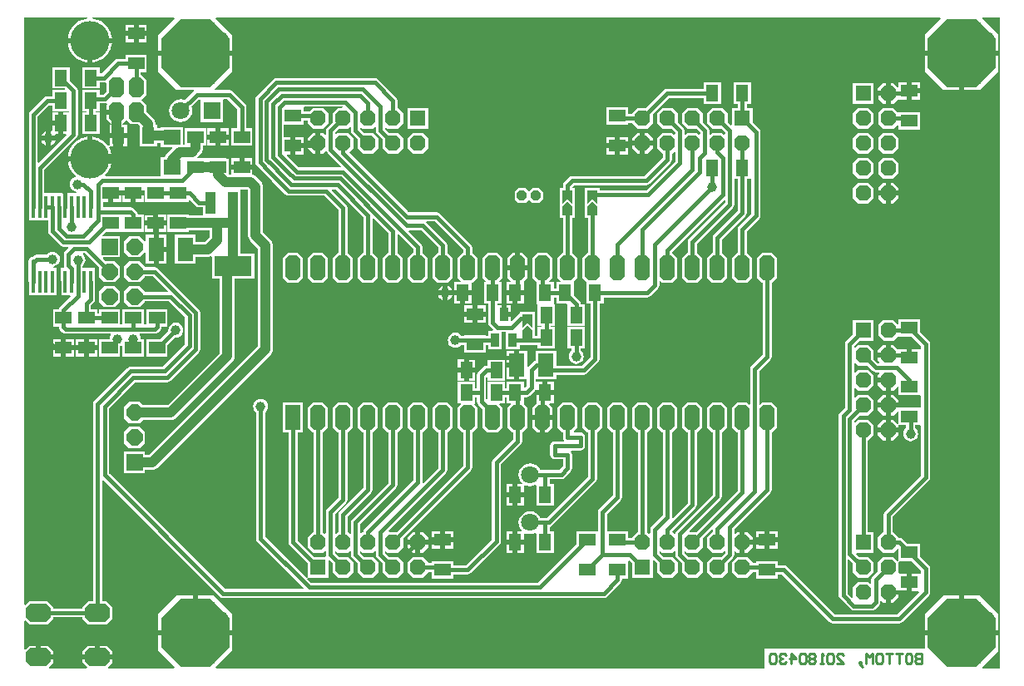
<source format=gbl>
G04*
G04 #@! TF.GenerationSoftware,Altium Limited,Altium Designer,18.1.6 (161)*
G04*
G04 Layer_Physical_Order=2*
G04 Layer_Color=16711680*
%FSLAX44Y44*%
%MOMM*%
G71*
G01*
G75*
%ADD10C,0.2540*%
%ADD12C,0.4000*%
%ADD45C,1.0000*%
%ADD46C,0.3810*%
G04:AMPARAMS|DCode=47|XSize=2.5mm|YSize=1.8mm|CornerRadius=0mm|HoleSize=0mm|Usage=FLASHONLY|Rotation=180.000|XOffset=0mm|YOffset=0mm|HoleType=Round|Shape=Octagon|*
%AMOCTAGOND47*
4,1,8,-1.2500,0.4500,-1.2500,-0.4500,-0.8000,-0.9000,0.8000,-0.9000,1.2500,-0.4500,1.2500,0.4500,0.8000,0.9000,-0.8000,0.9000,-1.2500,0.4500,0.0*
%
%ADD47OCTAGOND47*%

%ADD48P,1.7870X8X112.5*%
%ADD49R,1.6510X1.6510*%
%ADD50P,1.0824X8X22.5*%
%ADD51C,4.0000*%
G04:AMPARAMS|DCode=52|XSize=1.6mm|YSize=2mm|CornerRadius=0mm|HoleSize=0mm|Usage=FLASHONLY|Rotation=0.000|XOffset=0mm|YOffset=0mm|HoleType=Round|Shape=Octagon|*
%AMOCTAGOND52*
4,1,8,-0.4000,1.0000,0.4000,1.0000,0.8000,0.6000,0.8000,-0.6000,0.4000,-1.0000,-0.4000,-1.0000,-0.8000,-0.6000,-0.8000,0.6000,-0.4000,1.0000,0.0*
%
%ADD52OCTAGOND52*%

G04:AMPARAMS|DCode=53|XSize=1.5mm|YSize=2mm|CornerRadius=0mm|HoleSize=0mm|Usage=FLASHONLY|Rotation=0.000|XOffset=0mm|YOffset=0mm|HoleType=Round|Shape=Octagon|*
%AMOCTAGOND53*
4,1,8,-0.3750,1.0000,0.3750,1.0000,0.7500,0.6250,0.7500,-0.6250,0.3750,-1.0000,-0.3750,-1.0000,-0.7500,-0.6250,-0.7500,0.6250,-0.3750,1.0000,0.0*
%
%ADD53OCTAGOND53*%

%ADD54R,1.5000X2.5000*%
G04:AMPARAMS|DCode=55|XSize=2.5mm|YSize=1.5mm|CornerRadius=0mm|HoleSize=0mm|Usage=FLASHONLY|Rotation=90.000|XOffset=0mm|YOffset=0mm|HoleType=Round|Shape=Octagon|*
%AMOCTAGOND55*
4,1,8,0.3750,1.2500,-0.3750,1.2500,-0.7500,0.8750,-0.7500,-0.8750,-0.3750,-1.2500,0.3750,-1.2500,0.7500,-0.8750,0.7500,0.8750,0.3750,1.2500,0.0*
%
%ADD55OCTAGOND55*%

%ADD56C,1.5748*%
%ADD57P,7.5768X8X292.5*%
%ADD58R,1.6000X1.6000*%
%ADD59P,1.7318X8X112.5*%
%ADD60R,1.6000X1.6000*%
%ADD61P,1.7318X8X22.5*%
%ADD62C,1.8000*%
%ADD63R,1.8000X1.8000*%
%ADD64C,1.0000*%
%ADD65R,1.0160X0.8128*%
%ADD66R,1.6000X2.4000*%
%ADD67R,0.9000X1.4000*%
%ADD68R,1.6510X1.2700*%
%ADD69R,3.8000X2.0000*%
%ADD70R,1.0000X2.2000*%
%ADD71R,0.4000X2.3000*%
%ADD72R,1.2700X1.6510*%
%ADD73R,1.8000X1.5240*%
G36*
X719391Y-255191D02*
X701979D01*
X701493Y-254017D01*
X717940Y-237570D01*
Y-221300D01*
X708112D01*
X705800Y-220996D01*
X703488Y-221300D01*
X680400D01*
X657312D01*
X655000Y-220996D01*
X652688Y-221300D01*
X642860D01*
Y-235113D01*
X480050D01*
Y-255191D01*
X-78021D01*
X-78507Y-254017D01*
X-62060Y-237570D01*
Y-221300D01*
X-71888D01*
X-74200Y-220996D01*
X-76512Y-221300D01*
X-99600D01*
X-122688D01*
X-125000Y-220996D01*
X-127312Y-221300D01*
X-137140D01*
Y-237570D01*
X-120693Y-254017D01*
X-121179Y-255191D01*
X-187961D01*
X-188447Y-254017D01*
X-184040Y-249610D01*
Y-246340D01*
X-199080D01*
X-214120D01*
Y-249610D01*
X-209713Y-254017D01*
X-210199Y-255191D01*
X-247961D01*
X-248447Y-254017D01*
X-244040Y-249610D01*
Y-246340D01*
X-259080D01*
Y-243840D01*
X-261580D01*
Y-232300D01*
X-268350D01*
X-272217Y-236167D01*
X-273391Y-235681D01*
Y-206999D01*
X-272217Y-206513D01*
X-268350Y-210380D01*
X-249810D01*
X-244040Y-204610D01*
Y-203469D01*
X-214120D01*
Y-204610D01*
X-208350Y-210380D01*
X-189810D01*
X-184040Y-204610D01*
Y-193070D01*
X-189810Y-187300D01*
X-194451D01*
Y-63945D01*
X-193278Y-63459D01*
X-74203Y-182533D01*
X-74203Y-182533D01*
X-72701Y-183537D01*
X-70930Y-183889D01*
X-70930Y-183889D01*
X316040D01*
X316040Y-183889D01*
X317811Y-183537D01*
X319313Y-182533D01*
X333473Y-168373D01*
X333473Y-168373D01*
X334477Y-166871D01*
X334829Y-165100D01*
X334829Y-165100D01*
Y-163830D01*
X340995D01*
Y-146137D01*
X341955Y-145301D01*
X345060Y-148406D01*
Y-162940D01*
X366140D01*
Y-145746D01*
X367313Y-145260D01*
X370460Y-148406D01*
Y-157670D01*
X375730Y-162940D01*
X386270D01*
X391540Y-157670D01*
Y-147130D01*
X386270Y-141860D01*
X377006D01*
X372929Y-137783D01*
Y-136398D01*
X374102Y-135912D01*
X375730Y-137540D01*
X386270D01*
X388058Y-135752D01*
X389231Y-136238D01*
Y-139860D01*
X389231Y-139860D01*
X389583Y-141631D01*
X390587Y-143133D01*
X395860Y-148406D01*
Y-157670D01*
X401130Y-162940D01*
X411670D01*
X416940Y-157670D01*
Y-147130D01*
X411670Y-141860D01*
X402406D01*
X398489Y-137943D01*
Y-136558D01*
X399662Y-136072D01*
X401130Y-137540D01*
X411670D01*
X416940Y-132270D01*
Y-123006D01*
X425901Y-114045D01*
X427171Y-114571D01*
Y-116460D01*
X426530D01*
X421260Y-121730D01*
Y-132270D01*
X426530Y-137540D01*
X437070D01*
X438538Y-136072D01*
X439711Y-136558D01*
Y-137943D01*
X435794Y-141860D01*
X426530D01*
X421260Y-147130D01*
Y-157670D01*
X426530Y-162940D01*
X437070D01*
X442340Y-157670D01*
Y-148406D01*
X447613Y-143133D01*
X447613Y-143133D01*
X448617Y-141631D01*
X448969Y-139860D01*
Y-136238D01*
X450142Y-135752D01*
X451930Y-137540D01*
X454700D01*
Y-127000D01*
Y-116460D01*
X451930D01*
X450142Y-118248D01*
X448969Y-117762D01*
Y-113837D01*
X485873Y-76933D01*
X485873Y-76933D01*
X486877Y-75431D01*
X487229Y-73660D01*
X487229Y-73660D01*
Y-15040D01*
X487620D01*
X492640Y-10020D01*
Y10020D01*
X487620Y15040D01*
X477580D01*
X475702Y13162D01*
X474529Y13648D01*
Y47613D01*
X485873Y58957D01*
X485873Y58957D01*
X486877Y60459D01*
X487229Y62230D01*
X487229Y62230D01*
Y137360D01*
X487620D01*
X492640Y142380D01*
Y162420D01*
X487620Y167440D01*
X477580D01*
X472560Y162420D01*
Y142380D01*
X477580Y137360D01*
X477971D01*
Y64147D01*
X466627Y52803D01*
X465623Y51301D01*
X465271Y49530D01*
X465271Y49530D01*
Y13648D01*
X464098Y13162D01*
X462220Y15040D01*
X452180D01*
X447160Y10020D01*
Y-10020D01*
X452180Y-15040D01*
X452571D01*
Y-74283D01*
X410394Y-116460D01*
X403826D01*
X403340Y-115287D01*
X435073Y-83553D01*
X435073Y-83553D01*
X436077Y-82051D01*
X436429Y-80280D01*
X436429Y-80280D01*
Y-15040D01*
X436820D01*
X441840Y-10020D01*
Y10020D01*
X436820Y15040D01*
X426780D01*
X421760Y10020D01*
Y-10020D01*
X426780Y-15040D01*
X427171D01*
Y-78363D01*
X390587Y-114947D01*
X389583Y-116449D01*
X389330Y-117724D01*
X388041Y-118224D01*
X388034Y-118224D01*
X386270Y-116460D01*
X386543Y-115303D01*
X409673Y-92173D01*
X409673Y-92173D01*
X410677Y-90671D01*
X411029Y-88900D01*
X411029Y-88900D01*
Y-15040D01*
X411420D01*
X416440Y-10020D01*
Y10020D01*
X411420Y15040D01*
X401380D01*
X396360Y10020D01*
Y-10020D01*
X401380Y-15040D01*
X401771D01*
Y-86983D01*
X386867Y-101887D01*
X386281Y-101751D01*
X385629Y-101329D01*
Y-15040D01*
X386020D01*
X391040Y-10020D01*
Y10020D01*
X386020Y15040D01*
X375980D01*
X370960Y10020D01*
Y-10020D01*
X375980Y-15040D01*
X376371D01*
Y-99683D01*
X365027Y-111027D01*
X364023Y-112529D01*
X363671Y-114300D01*
X363671Y-114300D01*
Y-117602D01*
X362498Y-118088D01*
X360870Y-116460D01*
X360229D01*
Y-15040D01*
X360620D01*
X365640Y-10020D01*
Y10020D01*
X360620Y15040D01*
X350580D01*
X345560Y10020D01*
Y-10020D01*
X350580Y-15040D01*
X350971D01*
Y-116460D01*
X350330D01*
X345060Y-121730D01*
Y-122371D01*
X340995D01*
Y-115570D01*
X319589D01*
Y-98437D01*
X333473Y-84553D01*
X333473Y-84553D01*
X334477Y-83051D01*
X334829Y-81280D01*
X334829Y-81280D01*
Y-15040D01*
X335220D01*
X340240Y-10020D01*
Y10020D01*
X335220Y15040D01*
X325180D01*
X320160Y10020D01*
Y-10020D01*
X325180Y-15040D01*
X325571D01*
Y-79363D01*
X311687Y-93247D01*
X310683Y-94749D01*
X310331Y-96520D01*
X310331Y-96520D01*
Y-115730D01*
X288925D01*
Y-128869D01*
X249703Y-168091D01*
X18427D01*
X14325Y-163988D01*
X15072Y-162940D01*
X16042Y-162940D01*
X35940D01*
Y-145746D01*
X37113Y-145260D01*
X40260Y-148406D01*
Y-157670D01*
X45530Y-162940D01*
X56070D01*
X61340Y-157670D01*
Y-147130D01*
X56070Y-141860D01*
X46806D01*
X42729Y-137783D01*
Y-136398D01*
X43902Y-135912D01*
X45530Y-137540D01*
X56070D01*
X57858Y-135752D01*
X59031Y-136238D01*
Y-139860D01*
X59031Y-139860D01*
X59383Y-141631D01*
X60387Y-143133D01*
X65660Y-148406D01*
Y-157670D01*
X70930Y-162940D01*
X81470D01*
X86740Y-157670D01*
Y-147130D01*
X81470Y-141860D01*
X72206D01*
X68289Y-137943D01*
Y-136558D01*
X69462Y-136072D01*
X70930Y-137540D01*
X81470D01*
X83098Y-135912D01*
X84271Y-136398D01*
Y-139700D01*
X84271Y-139700D01*
X84623Y-141471D01*
X85627Y-142973D01*
X91060Y-148406D01*
Y-157670D01*
X96330Y-162940D01*
X106870D01*
X112140Y-157670D01*
Y-147130D01*
X106870Y-141860D01*
X97606D01*
X93529Y-137783D01*
Y-136398D01*
X94702Y-135912D01*
X96330Y-137540D01*
X106870D01*
X112140Y-132270D01*
Y-123006D01*
X181073Y-54073D01*
X181073Y-54073D01*
X182077Y-52571D01*
X182429Y-50800D01*
X182429Y-50800D01*
Y-15040D01*
X182820D01*
X187840Y-10020D01*
Y10020D01*
X184428Y13432D01*
X184914Y14605D01*
X185420D01*
Y20771D01*
X187141D01*
Y16510D01*
X187141Y16510D01*
X187493Y14739D01*
X188497Y13237D01*
X193160Y8574D01*
Y-10020D01*
X198180Y-15040D01*
X208220D01*
X213240Y-10020D01*
Y10020D01*
X209828Y13432D01*
X210314Y14605D01*
X215900D01*
Y20771D01*
X217170D01*
Y14605D01*
X221486D01*
X221972Y13432D01*
X218560Y10020D01*
Y-10020D01*
X223580Y-15040D01*
X223971D01*
Y-22103D01*
X203737Y-42337D01*
X202733Y-43839D01*
X202381Y-45610D01*
X202381Y-45610D01*
Y-123908D01*
X175978Y-150311D01*
X163195D01*
Y-146050D01*
X141605D01*
Y-147771D01*
X137540D01*
Y-147130D01*
X132270Y-141860D01*
X121730D01*
X116460Y-147130D01*
Y-157670D01*
X121730Y-162940D01*
X132270D01*
X137540Y-157670D01*
Y-157029D01*
X141605D01*
Y-163830D01*
X163195D01*
Y-159569D01*
X177895D01*
X177895Y-159569D01*
X179666Y-159217D01*
X181168Y-158213D01*
X210283Y-129098D01*
X210283Y-129098D01*
X211287Y-127596D01*
X211639Y-125825D01*
Y-47527D01*
X231873Y-27293D01*
X231873Y-27293D01*
X232877Y-25791D01*
X233229Y-24020D01*
X233229Y-24020D01*
Y-15040D01*
X233620D01*
X238640Y-10020D01*
Y10020D01*
X235263Y13397D01*
X234950Y14605D01*
X234950D01*
X234950Y14605D01*
Y20771D01*
X237490D01*
X237490Y20771D01*
X239261Y21123D01*
X240763Y22127D01*
X245843Y27207D01*
X245843Y27207D01*
X246380Y28010D01*
X246743Y27900D01*
X254040D01*
Y36195D01*
X248469D01*
X247650Y36195D01*
X247199Y37278D01*
Y38800D01*
X267865D01*
Y43631D01*
X295910D01*
X295910Y43631D01*
X297681Y43983D01*
X299183Y44987D01*
X310657Y56461D01*
X310657Y56461D01*
X311661Y57963D01*
X312013Y59734D01*
X312013Y59734D01*
Y116205D01*
X316274D01*
Y122371D01*
X360680D01*
X360680Y122371D01*
X362451Y122723D01*
X363953Y123727D01*
X371573Y131347D01*
X372577Y132849D01*
X372929Y134620D01*
X372929Y134620D01*
Y138752D01*
X374102Y139238D01*
X375980Y137360D01*
X386020D01*
X391040Y142380D01*
Y162420D01*
X386222Y167238D01*
X386060Y168694D01*
X438698Y221331D01*
X439871Y220845D01*
Y219087D01*
X403127Y182343D01*
X402123Y180841D01*
X401771Y179070D01*
X401771Y179070D01*
Y167440D01*
X401380D01*
X396360Y162420D01*
Y142380D01*
X401380Y137360D01*
X411420D01*
X416440Y142380D01*
Y162420D01*
X411420Y167440D01*
X411029D01*
Y177153D01*
X447773Y213897D01*
X447773Y213897D01*
X448777Y215399D01*
X449129Y217170D01*
Y243205D01*
X452571D01*
Y210197D01*
X428527Y186153D01*
X427523Y184651D01*
X427171Y182880D01*
X427171Y182880D01*
Y167440D01*
X426780D01*
X421760Y162420D01*
Y142380D01*
X426780Y137360D01*
X436820D01*
X441840Y142380D01*
Y162420D01*
X436820Y167440D01*
X436429D01*
Y180963D01*
X460473Y205007D01*
X460473Y205007D01*
X461477Y206509D01*
X461829Y208280D01*
X461829Y208280D01*
Y243205D01*
X466090D01*
X466541Y242122D01*
Y207657D01*
X453927Y195043D01*
X452923Y193541D01*
X452571Y191770D01*
X452571Y191770D01*
Y167440D01*
X452180D01*
X447160Y162420D01*
Y142380D01*
X452180Y137360D01*
X462220D01*
X467240Y142380D01*
Y162420D01*
X462220Y167440D01*
X461829D01*
Y189853D01*
X474443Y202467D01*
X474443Y202467D01*
X475447Y203969D01*
X475799Y205740D01*
Y290830D01*
X475447Y292601D01*
X474443Y294103D01*
X474443Y294103D01*
X467740Y300806D01*
Y315340D01*
X461829D01*
Y319405D01*
X466090D01*
Y340995D01*
X448310D01*
Y319405D01*
X452571D01*
Y315340D01*
X446660D01*
Y298146D01*
X445487Y297660D01*
X442340Y300806D01*
Y310070D01*
X437070Y315340D01*
X426530D01*
X421260Y310070D01*
Y299530D01*
X426530Y294260D01*
X435794D01*
X439871Y290183D01*
Y288798D01*
X438698Y288312D01*
X437070Y289940D01*
X426530D01*
X424902Y288312D01*
X423729Y288798D01*
Y292100D01*
X423729Y292100D01*
X423377Y293871D01*
X422373Y295373D01*
X422373Y295373D01*
X416940Y300806D01*
Y310070D01*
X411670Y315340D01*
X401130D01*
X395860Y310070D01*
Y299530D01*
X401130Y294260D01*
X410394D01*
X414471Y290183D01*
Y288798D01*
X413298Y288312D01*
X411670Y289940D01*
X401130D01*
X399502Y288312D01*
X398329Y288798D01*
Y292100D01*
X398329Y292100D01*
X397977Y293871D01*
X396973Y295373D01*
X396973Y295373D01*
X391540Y300806D01*
Y310070D01*
X386270Y315340D01*
X375730D01*
X370460Y310070D01*
Y299530D01*
X375730Y294260D01*
X384994D01*
X389071Y290183D01*
Y288798D01*
X387898Y288312D01*
X386270Y289940D01*
X375730D01*
X370460Y284670D01*
Y274130D01*
X375730Y268860D01*
X376371D01*
Y264807D01*
X357493Y245929D01*
X284480D01*
X284480Y245929D01*
X282709Y245577D01*
X281207Y244573D01*
X281207Y244573D01*
X276127Y239493D01*
X275123Y237991D01*
X274771Y236220D01*
X274771Y236220D01*
Y233617D01*
X271780D01*
Y225358D01*
X271730Y225107D01*
Y217721D01*
X271730Y217488D01*
X271780Y216472D01*
X271780Y216471D01*
Y215198D01*
X271730Y214947D01*
Y212407D01*
X271780Y212157D01*
Y203263D01*
X274771D01*
Y167440D01*
X274380D01*
X269360Y162420D01*
Y142380D01*
X272772Y138968D01*
X272286Y137795D01*
X268014D01*
Y131629D01*
X265386D01*
Y137795D01*
X261114D01*
X260628Y138968D01*
X264040Y142380D01*
Y162420D01*
X259020Y167440D01*
X248980D01*
X243960Y162420D01*
Y142380D01*
X247881Y138459D01*
X247606Y137795D01*
X247606D01*
Y116205D01*
X248153D01*
X248920Y115253D01*
X248920Y114935D01*
Y93663D01*
X253181D01*
Y92075D01*
X248920D01*
Y83386D01*
X246380D01*
Y86427D01*
X246430Y86678D01*
Y89218D01*
X246380Y89468D01*
Y90741D01*
X246380Y90742D01*
X246430Y91757D01*
X246430Y91991D01*
Y99377D01*
X246380Y99628D01*
Y107886D01*
X231140D01*
Y105722D01*
X230321Y105559D01*
X228819Y104556D01*
X228819Y104556D01*
X222843Y98580D01*
X221670Y99066D01*
Y102258D01*
X214630D01*
Y104758D01*
X212130D01*
Y114298D01*
X207829D01*
Y116205D01*
X212185D01*
Y137795D01*
X210314D01*
X209828Y138968D01*
X213240Y142380D01*
Y162420D01*
X208220Y167440D01*
X198180D01*
X193160Y162420D01*
Y142380D01*
X196572Y138968D01*
X196086Y137795D01*
X194405D01*
Y116205D01*
X198571D01*
Y96393D01*
X198571Y96392D01*
X198923Y94621D01*
X199927Y93119D01*
X203479Y89567D01*
X202953Y88298D01*
X198590D01*
Y83369D01*
X196215D01*
Y83820D01*
X174625D01*
Y83369D01*
X171052D01*
X170478Y84118D01*
X168902Y85326D01*
X167068Y86086D01*
X165100Y86345D01*
X163132Y86086D01*
X161297Y85326D01*
X159722Y84118D01*
X158514Y82542D01*
X157754Y80708D01*
X157495Y78740D01*
X157754Y76772D01*
X158514Y74938D01*
X159722Y73362D01*
X161297Y72154D01*
X163132Y71394D01*
X165100Y71135D01*
X167068Y71394D01*
X168902Y72154D01*
X170478Y73362D01*
X171052Y74111D01*
X174625D01*
Y66040D01*
X196215D01*
Y74111D01*
X198590D01*
Y69218D01*
X212670D01*
Y87129D01*
X216590D01*
Y69218D01*
X230670D01*
Y74129D01*
X248920D01*
Y70485D01*
X266700D01*
Y92075D01*
X262439D01*
Y93663D01*
X266700D01*
Y115253D01*
X266152D01*
X265386Y116205D01*
X265386Y116523D01*
Y122371D01*
X268014D01*
Y116205D01*
X278633D01*
X279400Y115253D01*
Y93663D01*
X297180D01*
Y115253D01*
X294089D01*
X292919Y115614D01*
X292567Y117385D01*
X291563Y118887D01*
X291563Y118887D01*
X285794Y124656D01*
Y137795D01*
X285794D01*
X285519Y138459D01*
X289440Y142380D01*
Y162420D01*
X284420Y167440D01*
X284029D01*
Y203263D01*
X287020D01*
Y212157D01*
X287070Y212407D01*
Y214947D01*
X287020Y215198D01*
Y216471D01*
X287020Y216472D01*
X287070Y217488D01*
X287070Y217721D01*
Y225107D01*
X287020Y225358D01*
Y233617D01*
X285139D01*
X284613Y234886D01*
X286397Y236671D01*
X359410D01*
X359410Y236671D01*
X361181Y237023D01*
X362683Y238027D01*
X384273Y259617D01*
X384273Y259617D01*
X385277Y261119D01*
X385629Y262890D01*
X385629Y262890D01*
Y268860D01*
X386270D01*
X387898Y270488D01*
X389071Y270002D01*
Y260997D01*
X359715Y231641D01*
X312420D01*
Y233617D01*
X297180D01*
Y225358D01*
X297130Y225107D01*
Y217721D01*
X297130Y217488D01*
X297180Y216472D01*
X297180Y216471D01*
Y215198D01*
X297130Y214947D01*
Y212407D01*
X297180Y212157D01*
Y203263D01*
X300171D01*
Y167440D01*
X299780D01*
X294760Y162420D01*
Y142380D01*
X298155Y138985D01*
X298494Y137795D01*
X298494D01*
X298494Y137795D01*
Y116205D01*
X302755D01*
Y61651D01*
X293993Y52889D01*
X267865D01*
Y67880D01*
X246785D01*
Y57797D01*
X245879Y57617D01*
X244377Y56613D01*
X244377Y56613D01*
X239625Y51861D01*
X238355Y52325D01*
Y67880D01*
X230315D01*
Y53340D01*
Y38800D01*
X237941D01*
Y32397D01*
X236220Y30676D01*
X234950Y31202D01*
Y36195D01*
X217170D01*
Y30029D01*
X215900D01*
Y36195D01*
X198120D01*
Y19284D01*
X196850Y18651D01*
X196399Y18991D01*
Y25400D01*
Y40699D01*
X196850Y41039D01*
X198120Y40406D01*
Y37465D01*
X215900D01*
Y59055D01*
X198120D01*
Y52889D01*
X196850D01*
X196850Y52889D01*
X195079Y52537D01*
X193577Y51533D01*
X193577Y51533D01*
X188497Y46453D01*
X187493Y44951D01*
X187141Y43180D01*
X187141Y43180D01*
Y30029D01*
X185420D01*
Y36195D01*
X167640D01*
Y14605D01*
X170686D01*
X171172Y13432D01*
X167760Y10020D01*
Y-10020D01*
X172780Y-15040D01*
X173171D01*
Y-48883D01*
X105594Y-116460D01*
X97622D01*
X97096Y-115190D01*
X155673Y-56613D01*
X155673Y-56613D01*
X156677Y-55111D01*
X157029Y-53340D01*
X157029Y-53340D01*
Y-15040D01*
X157420D01*
X162440Y-10020D01*
Y10020D01*
X157420Y15040D01*
X147380D01*
X142360Y10020D01*
Y-10020D01*
X147380Y-15040D01*
X147771D01*
Y-51423D01*
X132867Y-66327D01*
X132281Y-66191D01*
X131629Y-65769D01*
Y-15040D01*
X132020D01*
X137040Y-10020D01*
Y10020D01*
X132020Y15040D01*
X121980D01*
X116960Y10020D01*
Y-10020D01*
X121980Y-15040D01*
X122371D01*
Y-64123D01*
X72927Y-113567D01*
X71923Y-115069D01*
X71647Y-116460D01*
X70930D01*
X69462Y-117928D01*
X68289Y-117442D01*
Y-108437D01*
X104873Y-71853D01*
X104873Y-71853D01*
X105877Y-70351D01*
X106229Y-68580D01*
X106229Y-68580D01*
Y-15040D01*
X106620D01*
X111640Y-10020D01*
Y10020D01*
X106620Y15040D01*
X96580D01*
X91560Y10020D01*
Y-10020D01*
X96580Y-15040D01*
X96971D01*
Y-66663D01*
X60387Y-103247D01*
X59383Y-104749D01*
X59031Y-106520D01*
X59031Y-106520D01*
Y-117762D01*
X57858Y-118248D01*
X56070Y-116460D01*
X55429D01*
Y-100977D01*
X79473Y-76933D01*
X79473Y-76933D01*
X80477Y-75431D01*
X80829Y-73660D01*
X80829Y-73660D01*
Y-15040D01*
X81220D01*
X86240Y-10020D01*
Y10020D01*
X81220Y15040D01*
X71180D01*
X66160Y10020D01*
Y-10020D01*
X71180Y-15040D01*
X71571D01*
Y-71743D01*
X47527Y-95787D01*
X46523Y-97289D01*
X46171Y-99060D01*
X46171Y-99060D01*
Y-116460D01*
X45530D01*
X43902Y-118088D01*
X42729Y-117602D01*
Y-98437D01*
X54073Y-87093D01*
X54073Y-87093D01*
X55077Y-85591D01*
X55429Y-83820D01*
X55429Y-83820D01*
Y-15040D01*
X55820D01*
X60840Y-10020D01*
Y10020D01*
X55820Y15040D01*
X45780D01*
X40760Y10020D01*
Y-10020D01*
X45780Y-15040D01*
X46171D01*
Y-81903D01*
X34827Y-93247D01*
X33823Y-94749D01*
X33471Y-96520D01*
X33471Y-96520D01*
Y-117602D01*
X32298Y-118088D01*
X30670Y-116460D01*
X30029D01*
Y-15040D01*
X30420D01*
X35440Y-10020D01*
Y10020D01*
X30420Y15040D01*
X20380D01*
X15360Y10020D01*
Y-10020D01*
X20380Y-15040D01*
X20771D01*
Y-116460D01*
X20130D01*
X14860Y-121730D01*
Y-132270D01*
X20130Y-137540D01*
X30670D01*
X32298Y-135912D01*
X33471Y-136398D01*
Y-139700D01*
X33471Y-139700D01*
X33648Y-140590D01*
X32672Y-141860D01*
X21406D01*
X4629Y-125083D01*
Y-15040D01*
X10040D01*
Y15040D01*
X-10040D01*
Y-15040D01*
X-4629D01*
Y-127000D01*
X-4629Y-127000D01*
X-4277Y-128771D01*
X-3273Y-130273D01*
X14860Y-148406D01*
Y-161689D01*
X14860Y-162728D01*
X13812Y-163475D01*
X-28391Y-121273D01*
Y5478D01*
X-27642Y6052D01*
X-26434Y7628D01*
X-25674Y9462D01*
X-25415Y11430D01*
X-25674Y13398D01*
X-26434Y15232D01*
X-27642Y16808D01*
X-29218Y18016D01*
X-31052Y18776D01*
X-33020Y19035D01*
X-34988Y18776D01*
X-36823Y18016D01*
X-38398Y16808D01*
X-39606Y15232D01*
X-40366Y13398D01*
X-40625Y11430D01*
X-40366Y9462D01*
X-39606Y7628D01*
X-38398Y6052D01*
X-37649Y5478D01*
Y-123190D01*
X-37649Y-123190D01*
X-37297Y-124961D01*
X-36293Y-126463D01*
X10701Y-173458D01*
X10215Y-174631D01*
X-69013D01*
X-187141Y-56503D01*
Y9553D01*
X-160683Y36011D01*
X-128270D01*
X-128270Y36011D01*
X-126499Y36363D01*
X-124997Y37367D01*
X-95787Y66577D01*
X-95787Y66577D01*
X-94783Y68079D01*
X-94431Y69850D01*
X-94431Y69850D01*
Y107039D01*
X-94431Y107039D01*
X-94783Y108810D01*
X-95787Y110312D01*
X-95787Y110312D01*
X-137338Y151863D01*
X-138840Y152867D01*
X-140611Y153219D01*
X-140611Y153219D01*
X-150495D01*
Y153988D01*
X-155892Y159385D01*
X-166688D01*
X-172085Y153988D01*
Y143193D01*
X-166688Y137795D01*
X-155892D01*
X-150495Y143193D01*
Y143961D01*
X-142528D01*
X-127560Y128992D01*
X-128046Y127819D01*
X-150495D01*
Y128588D01*
X-155892Y133985D01*
X-166688D01*
X-172085Y128588D01*
Y117793D01*
X-166688Y112395D01*
X-155892D01*
X-150495Y117793D01*
Y118561D01*
X-126377D01*
X-110229Y102413D01*
Y74476D01*
X-132896Y51809D01*
X-165309D01*
X-165309Y51809D01*
X-167080Y51457D01*
X-168582Y50453D01*
X-202353Y16682D01*
X-203357Y15180D01*
X-203709Y13409D01*
X-203709Y13409D01*
Y-187300D01*
X-208350D01*
X-214120Y-193070D01*
Y-194211D01*
X-244040D01*
Y-193070D01*
X-249810Y-187300D01*
X-268350D01*
X-272217Y-191167D01*
X-273391Y-190681D01*
Y407591D01*
X-209081D01*
X-209019Y406321D01*
X-211119Y406114D01*
X-215367Y404825D01*
X-219283Y402732D01*
X-222715Y399915D01*
X-225532Y396483D01*
X-227625Y392567D01*
X-228914Y388319D01*
X-229103Y386400D01*
X-184297D01*
X-184486Y388319D01*
X-185775Y392567D01*
X-187868Y396483D01*
X-190685Y399915D01*
X-194117Y402732D01*
X-198033Y404825D01*
X-202281Y406114D01*
X-204381Y406321D01*
X-204319Y407591D01*
X-121179D01*
X-120693Y406417D01*
X-137140Y389970D01*
Y373700D01*
X-127312D01*
X-125000Y373396D01*
X-122688Y373700D01*
X-99600D01*
X-62060D01*
Y389970D01*
X-78507Y406417D01*
X-78021Y407591D01*
X658821D01*
X659307Y406417D01*
X642860Y389970D01*
Y373700D01*
X652688D01*
X655000Y373396D01*
X657312Y373700D01*
X680400D01*
X717940D01*
Y389970D01*
X701493Y406417D01*
X701979Y407591D01*
X719391D01*
X719391Y-255191D01*
D02*
G37*
G36*
X309880Y217488D02*
X304800Y222568D01*
X299720Y217488D01*
Y225107D01*
X309880D01*
Y217488D01*
D02*
G37*
G36*
X284480D02*
X279400Y222568D01*
X274320Y217488D01*
Y225107D01*
X284480D01*
Y217488D01*
D02*
G37*
G36*
X309880Y214947D02*
Y212407D01*
X299720D01*
Y214947D01*
X304800Y220028D01*
X309880Y214947D01*
D02*
G37*
G36*
X284480D02*
Y212407D01*
X274320D01*
Y214947D01*
X279400Y220028D01*
X284480Y214947D01*
D02*
G37*
G36*
X243840Y91757D02*
X238760Y96838D01*
X233680Y91757D01*
Y99377D01*
X243840D01*
Y91757D01*
D02*
G37*
G36*
Y89218D02*
Y86678D01*
X233680D01*
Y89218D01*
X238760Y94298D01*
X243840Y89218D01*
D02*
G37*
%LPC*%
G36*
X-148805Y400050D02*
X-157100D01*
Y393660D01*
X-148805D01*
Y400050D01*
D02*
G37*
G36*
X-162100D02*
X-170395D01*
Y393660D01*
X-162100D01*
Y400050D01*
D02*
G37*
G36*
X-148805Y388660D02*
X-157100D01*
Y382270D01*
X-148805D01*
Y388660D01*
D02*
G37*
G36*
X-162100D02*
X-170395D01*
Y382270D01*
X-162100D01*
Y388660D01*
D02*
G37*
G36*
X-74200Y369004D02*
X-76512Y368700D01*
X-99600D01*
X-122688D01*
X-125000Y369004D01*
X-127312Y368700D01*
X-137140D01*
Y352430D01*
X-118370Y333660D01*
X-101169D01*
X-100784Y332390D01*
X-101063Y332203D01*
X-101063Y332203D01*
X-110097Y323170D01*
X-111287Y323663D01*
X-114300Y324059D01*
X-117312Y323663D01*
X-120120Y322500D01*
X-122530Y320650D01*
X-124380Y318240D01*
X-125543Y315432D01*
X-125940Y312420D01*
X-125543Y309408D01*
X-124380Y306600D01*
X-122530Y304190D01*
X-120120Y302340D01*
X-117312Y301177D01*
X-114300Y300780D01*
X-111287Y301177D01*
X-108480Y302340D01*
X-106070Y304190D01*
X-104220Y306600D01*
X-103057Y309408D01*
X-102661Y312420D01*
X-103057Y315432D01*
X-103550Y316623D01*
X-95873Y324301D01*
X-95219D01*
X-94090Y323960D01*
X-94090Y323031D01*
Y300880D01*
X-71010D01*
Y323031D01*
X-71010Y323960D01*
X-69881Y324301D01*
X-66687D01*
X-56699Y314313D01*
Y294640D01*
X-62865D01*
Y276860D01*
X-41275D01*
Y294640D01*
X-47441D01*
Y316230D01*
X-47441Y316230D01*
X-47793Y318001D01*
X-48797Y319503D01*
X-48797Y319503D01*
X-61497Y332203D01*
X-62999Y333207D01*
X-64770Y333559D01*
X-64770Y333559D01*
X-79135D01*
X-79661Y334829D01*
X-62060Y352430D01*
Y368700D01*
X-71888D01*
X-74200Y369004D01*
D02*
G37*
G36*
X-184297Y381400D02*
X-204200D01*
Y361497D01*
X-202281Y361686D01*
X-198033Y362975D01*
X-194117Y365068D01*
X-190685Y367885D01*
X-187868Y371317D01*
X-185775Y375233D01*
X-184486Y379481D01*
X-184297Y381400D01*
D02*
G37*
G36*
X-209200D02*
X-229103D01*
X-228914Y379481D01*
X-227625Y375233D01*
X-225532Y371317D01*
X-222715Y367885D01*
X-219283Y365068D01*
X-215367Y362975D01*
X-211119Y361686D01*
X-209200Y361497D01*
Y381400D01*
D02*
G37*
G36*
X-148805Y369570D02*
X-170395D01*
Y365212D01*
X-177800D01*
X-179534Y364867D01*
X-181005Y363885D01*
X-181005Y363885D01*
X-194557Y350332D01*
X-196850D01*
Y356595D01*
X-214630D01*
Y335005D01*
X-196850D01*
Y341268D01*
X-192680D01*
X-191410Y341521D01*
X-190140Y340740D01*
Y332069D01*
X-193192Y329017D01*
X-196850D01*
Y333375D01*
X-214630D01*
Y311785D01*
X-210272D01*
Y310515D01*
X-214630D01*
Y288925D01*
X-196850D01*
Y310515D01*
X-201208D01*
Y311785D01*
X-196850D01*
Y319953D01*
X-191315D01*
X-189927Y320229D01*
X-189257Y319103D01*
X-189640Y318720D01*
Y313700D01*
X-179600D01*
Y308700D01*
X-189640D01*
Y303680D01*
X-185045Y299085D01*
X-185571Y297815D01*
X-186690D01*
Y289520D01*
X-177800D01*
X-168910D01*
Y297815D01*
X-173629D01*
X-174155Y299085D01*
X-169725Y303515D01*
X-164870Y298660D01*
X-157815D01*
X-156210Y297055D01*
Y276225D01*
X-138430D01*
Y279415D01*
X-134730D01*
Y275590D01*
X-122905D01*
X-122418Y274417D01*
X-128568Y268268D01*
X-129776Y266693D01*
X-130299Y265430D01*
X-134730D01*
Y245832D01*
X-190814D01*
X-191241Y247028D01*
X-190685Y247485D01*
X-187868Y250917D01*
X-185775Y254833D01*
X-184486Y259081D01*
X-184297Y261000D01*
X-229103D01*
X-228914Y259081D01*
X-227625Y254833D01*
X-225532Y250917D01*
X-222715Y247485D01*
X-221025Y246097D01*
X-221373Y244876D01*
X-221678Y244836D01*
X-223512Y244076D01*
X-225088Y242868D01*
X-226296Y241292D01*
X-227056Y239458D01*
X-227315Y237490D01*
X-227056Y235522D01*
X-226296Y233687D01*
X-225088Y232112D01*
X-223512Y230904D01*
X-221678Y230144D01*
X-220488Y229987D01*
X-220434Y228699D01*
X-220481Y228670D01*
X-230000D01*
Y214630D01*
X-233920D01*
Y228670D01*
X-253428D01*
Y251973D01*
X-220315Y285085D01*
X-220315Y285085D01*
X-219333Y286556D01*
X-218988Y288290D01*
Y333100D01*
X-218988Y333100D01*
X-219333Y334834D01*
X-220315Y336305D01*
X-220315Y336305D01*
X-227330Y343319D01*
Y356595D01*
X-245110D01*
Y335005D01*
X-232563D01*
X-232303Y334645D01*
X-232953Y333375D01*
X-245110D01*
Y327112D01*
X-250190D01*
X-250190Y327112D01*
X-251924Y326767D01*
X-253395Y325785D01*
X-253395Y325785D01*
X-267665Y311515D01*
X-268647Y310044D01*
X-268992Y308310D01*
Y228670D01*
X-269000D01*
Y200590D01*
X-249492D01*
Y189865D01*
X-249147Y188131D01*
X-248165Y186660D01*
X-236815Y175310D01*
X-236815Y175310D01*
X-235344Y174328D01*
X-233610Y173983D01*
X-233610Y173983D01*
X-229193D01*
X-228707Y172810D01*
X-231943Y169573D01*
X-232947Y168071D01*
X-233299Y166300D01*
X-233299Y166300D01*
Y155061D01*
X-233299Y155061D01*
X-233036Y153740D01*
X-233811Y152470D01*
X-236500D01*
Y138430D01*
Y124390D01*
X-226716D01*
X-226230Y123217D01*
X-236883Y112563D01*
X-237887Y111061D01*
X-238000Y110490D01*
X-244405D01*
Y92710D01*
X-239449D01*
X-238239Y92640D01*
X-237887Y90869D01*
X-236883Y89367D01*
X-234413Y86897D01*
X-234413Y86897D01*
X-232911Y85893D01*
X-231140Y85541D01*
X-185931D01*
X-185304Y84271D01*
X-185656Y83813D01*
X-186416Y81978D01*
X-186675Y80010D01*
X-197485D01*
Y62230D01*
X-175895D01*
Y73164D01*
X-175268Y73424D01*
X-174625Y73917D01*
X-173355Y73291D01*
Y62230D01*
X-151765D01*
Y80010D01*
X-154955D01*
X-155214Y81978D01*
X-155974Y83813D01*
X-156326Y84271D01*
X-155699Y85541D01*
X-140970D01*
X-140970Y85541D01*
X-139199Y85893D01*
X-137697Y86897D01*
X-135157Y89437D01*
X-135157Y89437D01*
X-134153Y90939D01*
X-133801Y92710D01*
X-127635D01*
Y110490D01*
X-149225D01*
Y94799D01*
X-151765D01*
Y110490D01*
X-173355D01*
Y94799D01*
X-175895D01*
Y110490D01*
X-197485D01*
Y106229D01*
X-199375D01*
Y110490D01*
X-205541D01*
Y114303D01*
X-202687Y117157D01*
X-201683Y118659D01*
X-201331Y120430D01*
X-201331Y120430D01*
Y138430D01*
X-201420Y138877D01*
Y152470D01*
X-214331D01*
Y154588D01*
X-213582Y155162D01*
X-212374Y156737D01*
X-211614Y158572D01*
X-211355Y160540D01*
X-211614Y162508D01*
X-212374Y164342D01*
X-213582Y165918D01*
X-213913Y166171D01*
X-213482Y167441D01*
X-212087D01*
X-197485Y152839D01*
Y143193D01*
X-192087Y137795D01*
X-181292D01*
X-175895Y143193D01*
Y153988D01*
X-181292Y159385D01*
X-190939D01*
X-193575Y162022D01*
X-193089Y163195D01*
X-175895D01*
Y184785D01*
X-193226D01*
X-193712Y185958D01*
X-190441Y189230D01*
X-174625D01*
Y205018D01*
X-173355D01*
Y189230D01*
X-151765D01*
Y207010D01*
X-158028D01*
X-158373Y208744D01*
X-159355Y210215D01*
X-159355Y210215D01*
X-161895Y212755D01*
X-163366Y213737D01*
X-165100Y214082D01*
X-193588D01*
Y219710D01*
X-187920D01*
Y228600D01*
X-185420D01*
Y231100D01*
X-174625D01*
Y236768D01*
X-173355D01*
Y231100D01*
X-162560D01*
X-151765D01*
Y236768D01*
X-150495D01*
Y219710D01*
X-128905D01*
Y223971D01*
X-127635D01*
Y219710D01*
X-106045D01*
Y221029D01*
X-104872Y221515D01*
X-98793Y215437D01*
X-98793Y215437D01*
X-97291Y214433D01*
X-95520Y214081D01*
X-91500D01*
Y205725D01*
X-106045D01*
Y207010D01*
X-127635D01*
Y189230D01*
X-106045D01*
Y190515D01*
X-85075D01*
Y183490D01*
X-89510Y179055D01*
X-99165D01*
Y185990D01*
X-120245D01*
Y156910D01*
X-99165D01*
Y163845D01*
X-86360D01*
X-84392Y164104D01*
X-83770Y164362D01*
X-82500Y163513D01*
Y141900D01*
X-74775D01*
Y65520D01*
X-127610Y12685D01*
X-152703D01*
X-155892Y15875D01*
X-166688D01*
X-172085Y10477D01*
Y-318D01*
X-166688Y-5715D01*
X-155892D01*
X-152703Y-2525D01*
X-124460D01*
X-122492Y-2266D01*
X-120658Y-1506D01*
X-119082Y-298D01*
X-61792Y56992D01*
X-60584Y58568D01*
X-59824Y60402D01*
X-59565Y62370D01*
Y141900D01*
X-39420D01*
Y166980D01*
X-53355D01*
Y198120D01*
Y218440D01*
X-53420Y218934D01*
Y231980D01*
X-52334Y232425D01*
X-46330D01*
X-45565Y231660D01*
Y218440D01*
Y185280D01*
X-45306Y183312D01*
X-44546Y181478D01*
X-43338Y179902D01*
X-35545Y172110D01*
Y73000D01*
X-146660Y-38115D01*
X-150495D01*
Y-34925D01*
X-172085D01*
Y-56515D01*
X-150495D01*
Y-53325D01*
X-143510D01*
X-141542Y-53066D01*
X-139707Y-52306D01*
X-138132Y-51098D01*
X-22562Y64472D01*
X-21354Y66048D01*
X-20594Y67882D01*
X-20335Y69850D01*
Y175260D01*
X-20594Y177228D01*
X-21039Y178303D01*
X-21354Y179062D01*
X-22562Y180638D01*
X-30355Y188430D01*
Y218440D01*
Y234810D01*
X-30614Y236778D01*
X-31374Y238612D01*
X-32582Y240188D01*
X-37802Y245408D01*
X-39378Y246616D01*
X-41212Y247376D01*
X-41275Y247384D01*
Y252770D01*
X-52070D01*
X-62865D01*
Y247635D01*
X-65405D01*
Y264160D01*
X-86995D01*
Y262875D01*
X-88265D01*
Y264160D01*
X-96774D01*
X-97195Y265430D01*
X-93682Y268942D01*
X-92474Y270518D01*
X-92159Y271277D01*
X-91714Y272352D01*
X-91455Y274320D01*
Y276860D01*
X-88265D01*
Y294640D01*
X-109855D01*
Y278115D01*
X-111650D01*
Y295910D01*
X-134730D01*
Y294625D01*
X-138430D01*
Y297815D01*
X-139715D01*
Y298920D01*
X-139974Y300888D01*
X-140419Y301963D01*
X-140734Y302722D01*
X-141942Y304298D01*
X-149060Y311415D01*
Y318470D01*
X-154290Y323700D01*
X-149060Y328930D01*
Y343470D01*
X-154330Y348740D01*
X-155068D01*
Y351790D01*
X-148805D01*
Y369570D01*
D02*
G37*
G36*
X83802Y345559D02*
X83802Y345559D01*
X-17017D01*
X-17017Y345559D01*
X-18788Y345207D01*
X-20290Y344203D01*
X-36863Y327630D01*
X-37867Y326128D01*
X-38219Y324357D01*
X-38219Y324357D01*
Y259843D01*
X-38219Y259843D01*
X-37867Y258072D01*
X-36863Y256570D01*
X-27700Y247407D01*
X-27681Y247394D01*
X-21216Y240929D01*
X-21203Y240910D01*
X-7590Y227297D01*
X-7590Y227297D01*
X-6088Y226293D01*
X-4317Y225941D01*
X-4317Y225941D01*
X31673D01*
X46171Y211443D01*
Y167440D01*
X45780D01*
X40760Y162420D01*
Y142380D01*
X45780Y137360D01*
X55820D01*
X60840Y142380D01*
Y162420D01*
X55820Y167440D01*
X55429D01*
Y213360D01*
X55429Y213360D01*
X55077Y215131D01*
X54073Y216633D01*
X54073Y216633D01*
X39399Y231308D01*
X39885Y232481D01*
X43465D01*
X71571Y204375D01*
Y167440D01*
X71180D01*
X66160Y162420D01*
Y142380D01*
X71180Y137360D01*
X81220D01*
X86240Y142380D01*
Y162420D01*
X81220Y167440D01*
X80829D01*
Y202707D01*
X82002Y203193D01*
X96971Y188224D01*
Y167440D01*
X96580D01*
X91560Y162420D01*
Y142380D01*
X96580Y137360D01*
X106620D01*
X111640Y142380D01*
Y162420D01*
X106620Y167440D01*
X106229D01*
Y186555D01*
X107402Y187041D01*
X122371Y172073D01*
Y167440D01*
X121980D01*
X116960Y162420D01*
Y142380D01*
X121980Y137360D01*
X132020D01*
X137040Y142380D01*
Y162420D01*
X132020Y167440D01*
X131629D01*
Y173990D01*
X131629Y173990D01*
X131277Y175761D01*
X130273Y177263D01*
X130273Y177263D01*
X117759Y189778D01*
X118245Y190951D01*
X130163D01*
X147771Y173343D01*
Y167440D01*
X147380D01*
X142360Y162420D01*
Y142380D01*
X147380Y137360D01*
X157420D01*
X162440Y142380D01*
Y162420D01*
X157420Y167440D01*
X157029D01*
Y175260D01*
X157029Y175260D01*
X156677Y177031D01*
X155673Y178533D01*
X155673Y178533D01*
X135635Y198571D01*
X136034Y199841D01*
X144133D01*
X173171Y170803D01*
Y167440D01*
X172780D01*
X167760Y162420D01*
Y142380D01*
X171172Y138968D01*
X170686Y137795D01*
X163925D01*
Y129500D01*
X181705D01*
Y137360D01*
X182820D01*
X187840Y142380D01*
Y162420D01*
X182820Y167440D01*
X182429D01*
Y172720D01*
X182429Y172720D01*
X182077Y174491D01*
X181073Y175993D01*
X149323Y207743D01*
X147821Y208747D01*
X146050Y209099D01*
X146050Y209099D01*
X117846D01*
X57078Y269868D01*
X61340Y274130D01*
Y284670D01*
X56070Y289940D01*
X45530D01*
X44062Y288472D01*
X42889Y288958D01*
Y290343D01*
X46806Y294260D01*
X56070D01*
X57698Y295888D01*
X58871Y295402D01*
Y292100D01*
X58871Y292100D01*
X59223Y290329D01*
X60227Y288827D01*
X65660Y283394D01*
Y274130D01*
X70930Y268860D01*
X81470D01*
X86740Y274130D01*
Y284670D01*
X81470Y289940D01*
X72206D01*
X68129Y294017D01*
Y295402D01*
X69302Y295888D01*
X70930Y294260D01*
X81470D01*
X83098Y295888D01*
X84271Y295402D01*
Y292100D01*
X84271Y292100D01*
X84623Y290329D01*
X85627Y288827D01*
X91060Y283394D01*
Y274130D01*
X96330Y268860D01*
X106870D01*
X112140Y274130D01*
Y284670D01*
X106870Y289940D01*
X97606D01*
X93529Y294017D01*
Y295402D01*
X94702Y295888D01*
X96330Y294260D01*
X106870D01*
X112140Y299530D01*
Y310070D01*
X106870Y315340D01*
X106229D01*
Y323132D01*
X105877Y324904D01*
X104873Y326405D01*
X104873Y326405D01*
X87075Y344203D01*
X85574Y345207D01*
X83802Y345559D01*
D02*
G37*
G36*
X624880Y341630D02*
X616585D01*
Y337011D01*
X615315Y336485D01*
X611060Y340740D01*
X608290D01*
Y330200D01*
Y319660D01*
X611060D01*
X615315Y323915D01*
X616585Y323850D01*
X617046Y323850D01*
X624880D01*
Y332740D01*
Y341630D01*
D02*
G37*
G36*
X638175D02*
X629880D01*
Y335240D01*
X638175D01*
Y341630D01*
D02*
G37*
G36*
X435610Y340995D02*
X417830D01*
Y334829D01*
X381000D01*
X381000Y334829D01*
X379229Y334477D01*
X377727Y333473D01*
X377727Y333473D01*
X359594Y315340D01*
X350330D01*
X345060Y310070D01*
Y309429D01*
X340995D01*
Y316230D01*
X319405D01*
Y298450D01*
X340995D01*
Y300171D01*
X345060D01*
Y299530D01*
X350330Y294260D01*
X360870D01*
X366140Y299530D01*
Y308794D01*
X382917Y325571D01*
X417830D01*
Y319405D01*
X435610D01*
Y340995D01*
D02*
G37*
G36*
X705800Y369004D02*
X703488Y368700D01*
X682900D01*
Y333660D01*
X699170D01*
X717940Y352430D01*
Y368700D01*
X708112D01*
X705800Y369004D01*
D02*
G37*
G36*
X655000D02*
X652688Y368700D01*
X642860D01*
Y352430D01*
X661630Y333660D01*
X677900D01*
Y343488D01*
X678204Y345800D01*
X677900Y348112D01*
Y368700D01*
X657312D01*
X655000Y369004D01*
D02*
G37*
G36*
X603290Y340740D02*
X600520D01*
X595250Y335470D01*
Y332700D01*
X603290D01*
Y340740D01*
D02*
G37*
G36*
X638175Y330240D02*
X629880D01*
Y323850D01*
X638175D01*
Y330240D01*
D02*
G37*
G36*
X603290Y327700D02*
X595250D01*
Y324930D01*
X600520Y319660D01*
X603290D01*
Y327700D01*
D02*
G37*
G36*
X590930Y340740D02*
X569850D01*
Y319660D01*
X590930D01*
Y340740D01*
D02*
G37*
G36*
X585660Y315340D02*
X575120D01*
X569850Y310070D01*
Y299530D01*
X575120Y294260D01*
X585660D01*
X590930Y299530D01*
Y310070D01*
X585660Y315340D01*
D02*
G37*
G36*
X137540D02*
X116460D01*
Y294260D01*
X137540D01*
Y315340D01*
D02*
G37*
G36*
X611060D02*
X600520D01*
X595250Y310070D01*
Y299530D01*
X600520Y294260D01*
X611060D01*
X615315Y298515D01*
X616585Y297989D01*
Y293370D01*
X638175D01*
Y311150D01*
X616585D01*
X616585Y311150D01*
Y311150D01*
X615315Y311085D01*
X611060Y315340D01*
D02*
G37*
G36*
X-65405Y294640D02*
X-73700D01*
Y288250D01*
X-65405D01*
Y294640D01*
D02*
G37*
G36*
X-78700D02*
X-86995D01*
Y288250D01*
X-78700D01*
Y294640D01*
D02*
G37*
G36*
X360870Y289940D02*
X358100D01*
Y281900D01*
X366140D01*
Y284670D01*
X360870Y289940D01*
D02*
G37*
G36*
X353100D02*
X350330D01*
X345060Y284670D01*
Y281900D01*
X353100D01*
Y289940D01*
D02*
G37*
G36*
X340995Y285750D02*
X332700D01*
Y279360D01*
X340995D01*
Y285750D01*
D02*
G37*
G36*
X327700D02*
X319405D01*
Y279360D01*
X327700D01*
Y285750D01*
D02*
G37*
G36*
X-65405Y283250D02*
X-73700D01*
Y276860D01*
X-65405D01*
Y283250D01*
D02*
G37*
G36*
X-78700D02*
X-86995D01*
Y276860D01*
X-78700D01*
Y283250D01*
D02*
G37*
G36*
X-168910Y284520D02*
X-175300D01*
Y276225D01*
X-168910D01*
Y284520D01*
D02*
G37*
G36*
X611060Y289940D02*
X600520D01*
X595250Y284670D01*
Y274130D01*
X600520Y268860D01*
X611060D01*
X616330Y274130D01*
Y284670D01*
X611060Y289940D01*
D02*
G37*
G36*
X585660D02*
X575120D01*
X569850Y284670D01*
Y274130D01*
X575120Y268860D01*
X585660D01*
X590930Y274130D01*
Y284670D01*
X585660Y289940D01*
D02*
G37*
G36*
X366140Y276900D02*
X358100D01*
Y268860D01*
X360870D01*
X366140Y274130D01*
Y276900D01*
D02*
G37*
G36*
X353100D02*
X345060D01*
Y274130D01*
X350330Y268860D01*
X353100D01*
Y276900D01*
D02*
G37*
G36*
X132270Y289940D02*
X121730D01*
X116460Y284670D01*
Y274130D01*
X121730Y268860D01*
X132270D01*
X137540Y274130D01*
Y284670D01*
X132270Y289940D01*
D02*
G37*
G36*
X340995Y274360D02*
X332700D01*
Y267970D01*
X340995D01*
Y274360D01*
D02*
G37*
G36*
X327700D02*
X319405D01*
Y267970D01*
X327700D01*
Y274360D01*
D02*
G37*
G36*
X-204200Y285903D02*
Y266000D01*
X-184297D01*
X-184486Y267919D01*
X-185775Y272167D01*
X-187295Y275011D01*
X-187199Y275501D01*
X-186508Y276220D01*
X-186372Y276225D01*
X-185564Y276225D01*
X-180300D01*
Y284520D01*
X-186690D01*
Y277425D01*
X-186690Y277105D01*
X-187856Y276322D01*
X-188113Y276382D01*
X-190685Y279515D01*
X-194117Y282332D01*
X-198033Y284425D01*
X-202281Y285714D01*
X-204200Y285903D01*
D02*
G37*
G36*
X-209200D02*
X-211119Y285714D01*
X-215367Y284425D01*
X-219283Y282332D01*
X-222715Y279515D01*
X-225532Y276083D01*
X-227625Y272167D01*
X-228914Y267919D01*
X-229103Y266000D01*
X-209200D01*
Y285903D01*
D02*
G37*
G36*
X-41275Y264160D02*
X-49570D01*
Y257770D01*
X-41275D01*
Y264160D01*
D02*
G37*
G36*
X-54570D02*
X-62865D01*
Y257770D01*
X-54570D01*
Y264160D01*
D02*
G37*
G36*
X611060Y264540D02*
X600520D01*
X595250Y259270D01*
Y248730D01*
X600520Y243460D01*
X611060D01*
X616330Y248730D01*
Y259270D01*
X611060Y264540D01*
D02*
G37*
G36*
X585660D02*
X575120D01*
X569850Y259270D01*
Y248730D01*
X575120Y243460D01*
X585660D01*
X590930Y248730D01*
Y259270D01*
X585660Y264540D01*
D02*
G37*
G36*
X611060Y239140D02*
X608290D01*
Y231100D01*
X616330D01*
Y233870D01*
X611060Y239140D01*
D02*
G37*
G36*
X603290D02*
X600520D01*
X595250Y233870D01*
Y231100D01*
X603290D01*
Y239140D01*
D02*
G37*
G36*
X250800Y233600D02*
X243260D01*
X240030Y230370D01*
X236800Y233600D01*
X229260D01*
X225490Y229830D01*
Y222290D01*
X229260Y218520D01*
X236800D01*
X240030Y221750D01*
X243260Y218520D01*
X250800D01*
X254570Y222290D01*
Y229830D01*
X250800Y233600D01*
D02*
G37*
G36*
X-151765Y226100D02*
X-160060D01*
Y219710D01*
X-151765D01*
Y226100D01*
D02*
G37*
G36*
X-165060D02*
X-173355D01*
Y219710D01*
X-165060D01*
Y226100D01*
D02*
G37*
G36*
X-174625D02*
X-182920D01*
Y219710D01*
X-174625D01*
Y226100D01*
D02*
G37*
G36*
X616330D02*
X608290D01*
Y218060D01*
X611060D01*
X616330Y223330D01*
Y226100D01*
D02*
G37*
G36*
X603290D02*
X595250D01*
Y223330D01*
X600520Y218060D01*
X603290D01*
Y226100D01*
D02*
G37*
G36*
X585660Y239140D02*
X575120D01*
X569850Y233870D01*
Y223330D01*
X575120Y218060D01*
X585660D01*
X590930Y223330D01*
Y233870D01*
X585660Y239140D01*
D02*
G37*
G36*
X-128905Y207010D02*
X-137200D01*
Y200620D01*
X-128905D01*
Y207010D01*
D02*
G37*
G36*
X-142200D02*
X-150495D01*
Y200620D01*
X-142200D01*
Y207010D01*
D02*
G37*
G36*
X-128905Y195620D02*
X-137200D01*
Y189230D01*
X-128905D01*
Y195620D01*
D02*
G37*
G36*
X-142200D02*
X-150495D01*
Y189230D01*
X-142200D01*
Y195620D01*
D02*
G37*
G36*
X-141715Y185990D02*
X-149755D01*
Y180443D01*
X-151025Y179918D01*
X-155892Y184785D01*
X-166688D01*
X-172085Y179387D01*
Y168592D01*
X-166688Y163195D01*
X-155892D01*
X-151025Y168062D01*
X-149755Y167537D01*
Y156910D01*
X-141715D01*
Y171450D01*
Y185990D01*
D02*
G37*
G36*
X-128675D02*
X-136715D01*
Y173950D01*
X-128675D01*
Y185990D01*
D02*
G37*
G36*
X-244960Y168895D02*
X-246928Y168636D01*
X-248762Y167876D01*
X-250338Y166668D01*
X-250912Y165919D01*
X-260870D01*
X-260870Y165919D01*
X-262641Y165567D01*
X-264143Y164563D01*
X-264143Y164563D01*
X-265168Y163538D01*
X-266231Y163327D01*
X-267733Y162323D01*
X-268737Y160821D01*
X-269089Y159050D01*
Y157700D01*
X-269089Y157700D01*
X-269089Y157700D01*
Y138430D01*
X-269000Y137983D01*
Y124390D01*
X-240420D01*
Y138430D01*
Y152470D01*
X-244189D01*
X-244236Y152499D01*
X-244182Y153787D01*
X-242992Y153944D01*
X-241157Y154704D01*
X-239582Y155912D01*
X-238374Y157487D01*
X-237614Y159322D01*
X-237355Y161290D01*
X-237614Y163258D01*
X-238374Y165093D01*
X-239582Y166668D01*
X-241157Y167876D01*
X-242992Y168636D01*
X-244960Y168895D01*
D02*
G37*
G36*
X-128675Y168950D02*
X-136715D01*
Y156910D01*
X-128675D01*
Y168950D01*
D02*
G37*
G36*
X233620Y167440D02*
X231100D01*
Y154900D01*
X238640D01*
Y162420D01*
X233620Y167440D01*
D02*
G37*
G36*
X226100D02*
X223580D01*
X218560Y162420D01*
Y154900D01*
X226100D01*
Y167440D01*
D02*
G37*
G36*
X238640Y149900D02*
X228600D01*
X218560D01*
Y142380D01*
X221972Y138968D01*
X221486Y137795D01*
X217126D01*
Y129500D01*
X234906D01*
Y137795D01*
X234906Y137795D01*
X234906D01*
X235232Y138972D01*
X238640Y142380D01*
Y149900D01*
D02*
G37*
G36*
X30420Y167440D02*
X20380D01*
X15360Y162420D01*
Y142380D01*
X20380Y137360D01*
X30420D01*
X35440Y142380D01*
Y162420D01*
X30420Y167440D01*
D02*
G37*
G36*
X5020D02*
X-5020D01*
X-10040Y162420D01*
Y142380D01*
X-5020Y137360D01*
X5020D01*
X10040Y142380D01*
Y162420D01*
X5020Y167440D01*
D02*
G37*
G36*
X157440Y134126D02*
Y129500D01*
X162066D01*
X161526Y130802D01*
X160318Y132378D01*
X158743Y133586D01*
X157440Y134126D01*
D02*
G37*
G36*
X152440D02*
X151138Y133586D01*
X149562Y132378D01*
X148354Y130802D01*
X147814Y129500D01*
X152440D01*
Y134126D01*
D02*
G37*
G36*
X162066Y124500D02*
X157440D01*
Y119874D01*
X158743Y120414D01*
X160318Y121622D01*
X161526Y123197D01*
X162066Y124500D01*
D02*
G37*
G36*
X152440D02*
X147814D01*
X148354Y123197D01*
X149562Y121622D01*
X151138Y120414D01*
X152440Y119874D01*
Y124500D01*
D02*
G37*
G36*
X234906D02*
X228516D01*
Y116205D01*
X234906D01*
Y124500D01*
D02*
G37*
G36*
X223516D02*
X217126D01*
Y116205D01*
X223516D01*
Y124500D01*
D02*
G37*
G36*
X181705D02*
X175315D01*
Y116205D01*
X181705D01*
Y124500D01*
D02*
G37*
G36*
X170315D02*
X163925D01*
Y116205D01*
X170315D01*
Y124500D01*
D02*
G37*
G36*
X-181292Y133985D02*
X-192087D01*
X-197485Y128588D01*
Y117793D01*
X-192087Y112395D01*
X-181292D01*
X-175895Y117793D01*
Y128588D01*
X-181292Y133985D01*
D02*
G37*
G36*
X196215Y114300D02*
X187920D01*
Y107910D01*
X196215D01*
Y114300D01*
D02*
G37*
G36*
X182920D02*
X174625D01*
Y107910D01*
X182920D01*
Y114300D01*
D02*
G37*
G36*
X221670Y114298D02*
X217130D01*
Y107257D01*
X221670D01*
Y114298D01*
D02*
G37*
G36*
X196215Y102910D02*
X187920D01*
Y96520D01*
X196215D01*
Y102910D01*
D02*
G37*
G36*
X182920D02*
X174625D01*
Y96520D01*
X182920D01*
Y102910D01*
D02*
G37*
G36*
X638175Y100330D02*
X616585D01*
Y95711D01*
X615315Y95185D01*
X611060Y99440D01*
X600520D01*
X595250Y94170D01*
Y83630D01*
X600520Y78360D01*
X611060D01*
X615315Y82615D01*
X616585Y82550D01*
X616585Y82550D01*
X629724D01*
X639261Y73013D01*
Y70294D01*
X638175Y69850D01*
X637991Y69850D01*
X629880D01*
Y60960D01*
X624880D01*
Y69850D01*
X616585D01*
X616585Y69850D01*
Y69850D01*
X615315Y69785D01*
X611060Y74040D01*
X608290D01*
Y63500D01*
X605790D01*
Y61000D01*
X595250D01*
Y58230D01*
X596878Y56602D01*
X596392Y55429D01*
X595007D01*
X590930Y59506D01*
Y68770D01*
X585660Y74040D01*
X575120D01*
X572222Y71142D01*
X571049Y71628D01*
Y73013D01*
X576396Y78360D01*
X590930D01*
Y99440D01*
X569850D01*
Y84906D01*
X563147Y78203D01*
X562143Y76701D01*
X561791Y74930D01*
X561791Y74930D01*
Y9896D01*
X556607Y4712D01*
X555603Y3210D01*
X555251Y1439D01*
X555251Y1439D01*
Y-181420D01*
X555251Y-181420D01*
X555603Y-183191D01*
X556607Y-184693D01*
X566957Y-195043D01*
X566957Y-195043D01*
X568459Y-196047D01*
X570230Y-196399D01*
X570230Y-196399D01*
X589280D01*
X589280Y-196399D01*
X591051Y-196047D01*
X592553Y-195043D01*
X596523Y-191073D01*
X596523Y-191073D01*
X597527Y-189571D01*
X597879Y-187800D01*
X597879Y-187800D01*
Y-187358D01*
X599052Y-186872D01*
X600520Y-188340D01*
X603290D01*
Y-177800D01*
X608290D01*
Y-188340D01*
X611060D01*
X616330Y-183070D01*
Y-177694D01*
X616585Y-176530D01*
X617600Y-176530D01*
X624880D01*
Y-167640D01*
Y-158750D01*
X617046D01*
X616358Y-157712D01*
X616330Y-157586D01*
Y-147214D01*
X616358Y-147088D01*
X617046Y-146050D01*
X629724D01*
X639261Y-155587D01*
Y-158306D01*
X638175Y-158750D01*
X637991Y-158750D01*
X629880D01*
Y-167640D01*
Y-176530D01*
X636818D01*
X637344Y-177800D01*
X614923Y-200221D01*
X550937D01*
X502383Y-151667D01*
X500881Y-150663D01*
X499110Y-150311D01*
X499110Y-150311D01*
X493395D01*
Y-146050D01*
X471805D01*
Y-147771D01*
X467740D01*
Y-147130D01*
X462470Y-141860D01*
X451930D01*
X446660Y-147130D01*
Y-157670D01*
X451930Y-162940D01*
X462470D01*
X467740Y-157670D01*
Y-157029D01*
X471805D01*
Y-163830D01*
X493395D01*
Y-159569D01*
X497193D01*
X545747Y-208123D01*
X545747Y-208123D01*
X547249Y-209127D01*
X549020Y-209479D01*
X549020Y-209479D01*
X616840D01*
X616840Y-209479D01*
X618611Y-209127D01*
X620113Y-208123D01*
X647163Y-181073D01*
X647163Y-181073D01*
X648167Y-179571D01*
X648519Y-177800D01*
X648519Y-177800D01*
Y-153670D01*
X648519Y-153670D01*
X648167Y-151899D01*
X647163Y-150397D01*
X647163Y-150397D01*
X638175Y-141409D01*
Y-128270D01*
X625036D01*
X620493Y-123727D01*
X618991Y-122723D01*
X617220Y-122371D01*
X616330Y-121730D01*
X611060Y-116460D01*
X610419D01*
Y-100977D01*
X647163Y-64233D01*
X647163Y-64233D01*
X648167Y-62731D01*
X648519Y-60960D01*
Y74930D01*
X648519Y74930D01*
X648167Y76701D01*
X647163Y78203D01*
X647163Y78203D01*
X638175Y87191D01*
Y100330D01*
D02*
G37*
G36*
X-119380Y96505D02*
X-121348Y96246D01*
X-123182Y95486D01*
X-124758Y94278D01*
X-125966Y92703D01*
X-126726Y90868D01*
X-126985Y88900D01*
X-126862Y87964D01*
X-134816Y80010D01*
X-149225D01*
Y62230D01*
X-127635D01*
Y74099D01*
X-120316Y81418D01*
X-119380Y81295D01*
X-117412Y81554D01*
X-115577Y82314D01*
X-114002Y83522D01*
X-112794Y85098D01*
X-112034Y86932D01*
X-111775Y88900D01*
X-112034Y90868D01*
X-112794Y92703D01*
X-114002Y94278D01*
X-115577Y95486D01*
X-117412Y96246D01*
X-119380Y96505D01*
D02*
G37*
G36*
X-199375Y80010D02*
X-207670D01*
Y73620D01*
X-199375D01*
Y80010D01*
D02*
G37*
G36*
X-222815D02*
X-231110D01*
Y73620D01*
X-222815D01*
Y80010D01*
D02*
G37*
G36*
X-236110D02*
X-244405D01*
Y73620D01*
X-236110D01*
Y80010D01*
D02*
G37*
G36*
X-212670D02*
X-220965D01*
Y73620D01*
X-212670D01*
Y80010D01*
D02*
G37*
G36*
X603290Y74040D02*
X600520D01*
X595250Y68770D01*
Y66000D01*
X603290D01*
Y74040D01*
D02*
G37*
G36*
X-199375Y68620D02*
X-207670D01*
Y62230D01*
X-199375D01*
Y68620D01*
D02*
G37*
G36*
X-212670D02*
X-220965D01*
Y62230D01*
X-212670D01*
Y68620D01*
D02*
G37*
G36*
X-222815D02*
X-231110D01*
Y62230D01*
X-222815D01*
Y68620D01*
D02*
G37*
G36*
X-236110D02*
X-244405D01*
Y62230D01*
X-236110D01*
Y68620D01*
D02*
G37*
G36*
X225315Y67880D02*
X217275D01*
Y55840D01*
X225315D01*
Y67880D01*
D02*
G37*
G36*
X297180Y92075D02*
X279400D01*
Y70485D01*
X283661D01*
Y68182D01*
X282912Y67608D01*
X281704Y66033D01*
X280944Y64198D01*
X280685Y62230D01*
X280944Y60262D01*
X281704Y58428D01*
X282912Y56852D01*
X284487Y55644D01*
X286322Y54884D01*
X288290Y54625D01*
X290258Y54884D01*
X292092Y55644D01*
X293668Y56852D01*
X294876Y58428D01*
X295636Y60262D01*
X295895Y62230D01*
X295636Y64198D01*
X294876Y66033D01*
X293668Y67608D01*
X292919Y68182D01*
Y70485D01*
X297180D01*
Y92075D01*
D02*
G37*
G36*
X185420Y59055D02*
X179030D01*
Y50760D01*
X185420D01*
Y59055D01*
D02*
G37*
G36*
X174030D02*
X167640D01*
Y50760D01*
X174030D01*
Y59055D01*
D02*
G37*
G36*
X225315Y50840D02*
X217275D01*
Y38800D01*
X225315D01*
Y50840D01*
D02*
G37*
G36*
X185420Y45760D02*
X179030D01*
Y37465D01*
X185420D01*
Y45760D01*
D02*
G37*
G36*
X174030D02*
X167640D01*
Y37465D01*
X174030D01*
Y45760D01*
D02*
G37*
G36*
X259040Y36195D02*
Y27900D01*
X265430D01*
Y36195D01*
X259040D01*
D02*
G37*
G36*
X265430Y22900D02*
X256540D01*
X247650D01*
Y14605D01*
X247650Y14605D01*
X247650D01*
X247351Y13412D01*
X243960Y10020D01*
Y2500D01*
X254000D01*
X264040D01*
Y10020D01*
X260628Y13432D01*
X261114Y14605D01*
X265430D01*
Y22900D01*
D02*
G37*
G36*
X264040Y-2500D02*
X256500D01*
Y-15040D01*
X259020D01*
X264040Y-10020D01*
Y-2500D01*
D02*
G37*
G36*
X251500D02*
X243960D01*
Y-10020D01*
X248980Y-15040D01*
X251500D01*
Y-2500D01*
D02*
G37*
G36*
X-155892Y-9525D02*
X-166688D01*
X-172085Y-14922D01*
Y-25717D01*
X-166688Y-31115D01*
X-155892D01*
X-150495Y-25717D01*
Y-14922D01*
X-155892Y-9525D01*
D02*
G37*
G36*
X284420Y15040D02*
X274380D01*
X269360Y10020D01*
Y-10020D01*
X274380Y-15040D01*
X274771D01*
Y-19780D01*
X275123Y-21551D01*
X276065Y-22961D01*
X275959Y-23432D01*
X275604Y-24231D01*
X266400D01*
X264629Y-24583D01*
X263127Y-25587D01*
X262123Y-27089D01*
X261771Y-28860D01*
Y-37940D01*
X262123Y-39711D01*
X263127Y-41213D01*
X264629Y-42217D01*
X266400Y-42569D01*
X274771D01*
Y-49883D01*
X271133Y-53521D01*
X251873D01*
X251380Y-52330D01*
X249530Y-49920D01*
X247120Y-48070D01*
X244312Y-46907D01*
X241300Y-46510D01*
X238288Y-46907D01*
X235480Y-48070D01*
X233070Y-49920D01*
X231220Y-52330D01*
X230057Y-55138D01*
X229660Y-58150D01*
X230057Y-61163D01*
X231220Y-63970D01*
X233070Y-66380D01*
X233454Y-66675D01*
X233022Y-67945D01*
X228560D01*
Y-76240D01*
X234950D01*
Y-69359D01*
X236220Y-68537D01*
X238288Y-69393D01*
X241300Y-69790D01*
X244312Y-69393D01*
X246380Y-68537D01*
X247650Y-69359D01*
Y-89535D01*
X265430D01*
Y-67945D01*
X261169D01*
Y-62779D01*
X273050D01*
X273050Y-62779D01*
X274821Y-62427D01*
X276323Y-61423D01*
X282673Y-55073D01*
X282673Y-55073D01*
X283677Y-53571D01*
X284029Y-51800D01*
Y-37940D01*
X283677Y-36169D01*
X282735Y-34759D01*
X282841Y-34288D01*
X283196Y-33489D01*
X292400D01*
X294171Y-33137D01*
X295673Y-32133D01*
X296677Y-30631D01*
X297029Y-28860D01*
Y-19780D01*
X296677Y-18009D01*
X295673Y-16507D01*
X294171Y-15503D01*
X292400Y-15151D01*
X286105D01*
X285579Y-13881D01*
X289440Y-10020D01*
Y10020D01*
X284420Y15040D01*
D02*
G37*
G36*
X223560Y-67945D02*
X217170D01*
Y-76240D01*
X223560D01*
Y-67945D01*
D02*
G37*
G36*
X234950Y-81240D02*
X228560D01*
Y-89535D01*
X234950D01*
Y-81240D01*
D02*
G37*
G36*
X223560D02*
X217170D01*
Y-89535D01*
X223560D01*
Y-81240D01*
D02*
G37*
G36*
X309820Y15040D02*
X299780D01*
X294760Y10020D01*
Y-10020D01*
X299780Y-15040D01*
X300171D01*
Y-60404D01*
X258254Y-102321D01*
X251873D01*
X251380Y-101130D01*
X249530Y-98720D01*
X247120Y-96870D01*
X244312Y-95707D01*
X241300Y-95310D01*
X238288Y-95707D01*
X235480Y-96870D01*
X233070Y-98720D01*
X231220Y-101130D01*
X230057Y-103938D01*
X229660Y-106950D01*
X230057Y-109963D01*
X231220Y-112770D01*
X232881Y-114935D01*
X232498Y-116205D01*
X228560D01*
Y-124500D01*
X234950D01*
Y-118159D01*
X236220Y-117337D01*
X238288Y-118193D01*
X241300Y-118590D01*
X244312Y-118193D01*
X246380Y-117337D01*
X247650Y-118159D01*
Y-137795D01*
X265430D01*
Y-116205D01*
X261169D01*
Y-111381D01*
X261943Y-111227D01*
X263444Y-110223D01*
X308073Y-65594D01*
X308073Y-65594D01*
X309077Y-64092D01*
X309429Y-62321D01*
Y-15040D01*
X309820D01*
X314840Y-10020D01*
Y10020D01*
X309820Y15040D01*
D02*
G37*
G36*
X493395Y-115570D02*
X485100D01*
Y-121960D01*
X493395D01*
Y-115570D01*
D02*
G37*
G36*
X163195D02*
X154900D01*
Y-121960D01*
X163195D01*
Y-115570D01*
D02*
G37*
G36*
X480100D02*
X471805D01*
Y-121960D01*
X480100D01*
Y-115570D01*
D02*
G37*
G36*
X149900D02*
X141605D01*
Y-121960D01*
X149900D01*
Y-115570D01*
D02*
G37*
G36*
X462470Y-116460D02*
X459700D01*
Y-124500D01*
X467740D01*
Y-121730D01*
X462470Y-116460D01*
D02*
G37*
G36*
X132270D02*
X129500D01*
Y-124500D01*
X137540D01*
Y-121730D01*
X132270Y-116460D01*
D02*
G37*
G36*
X223560Y-116205D02*
X217170D01*
Y-124500D01*
X223560D01*
Y-116205D01*
D02*
G37*
G36*
X124500Y-116460D02*
X121730D01*
X116460Y-121730D01*
Y-124500D01*
X124500D01*
Y-116460D01*
D02*
G37*
G36*
X493395Y-126960D02*
X485100D01*
Y-133350D01*
X493395D01*
Y-126960D01*
D02*
G37*
G36*
X480100D02*
X471805D01*
Y-133350D01*
X480100D01*
Y-126960D01*
D02*
G37*
G36*
X163195D02*
X154900D01*
Y-133350D01*
X163195D01*
Y-126960D01*
D02*
G37*
G36*
X149900D02*
X141605D01*
Y-133350D01*
X149900D01*
Y-126960D01*
D02*
G37*
G36*
X467740Y-129500D02*
X459700D01*
Y-137540D01*
X462470D01*
X467740Y-132270D01*
Y-129500D01*
D02*
G37*
G36*
X137540D02*
X129500D01*
Y-137540D01*
X132270D01*
X137540Y-132270D01*
Y-129500D01*
D02*
G37*
G36*
X124500D02*
X116460D01*
Y-132270D01*
X121730Y-137540D01*
X124500D01*
Y-129500D01*
D02*
G37*
G36*
X234950D02*
X228560D01*
Y-137795D01*
X234950D01*
Y-129500D01*
D02*
G37*
G36*
X223560D02*
X217170D01*
Y-137795D01*
X223560D01*
Y-129500D01*
D02*
G37*
G36*
X-80830Y-181260D02*
X-97100D01*
Y-216300D01*
X-62060D01*
Y-200030D01*
X-80830Y-181260D01*
D02*
G37*
G36*
X699170D02*
X682900D01*
Y-216300D01*
X717940D01*
Y-200030D01*
X699170Y-181260D01*
D02*
G37*
G36*
X-102100D02*
X-118370D01*
X-137140Y-200030D01*
Y-216300D01*
X-127312D01*
X-125000Y-216604D01*
X-122688Y-216300D01*
X-102100D01*
Y-195712D01*
X-101796Y-193400D01*
X-102100Y-191088D01*
Y-181260D01*
D02*
G37*
G36*
X677900D02*
X661630D01*
X642860Y-200030D01*
Y-216300D01*
X652688D01*
X655000Y-216604D01*
X657312Y-216300D01*
X677900D01*
Y-195712D01*
X678204Y-193400D01*
X677900Y-191088D01*
Y-181260D01*
D02*
G37*
G36*
X-249810Y-232300D02*
X-256580D01*
Y-241340D01*
X-244040D01*
Y-238070D01*
X-249810Y-232300D01*
D02*
G37*
G36*
X-189810D02*
X-196580D01*
Y-241340D01*
X-184040D01*
Y-238070D01*
X-189810Y-232300D01*
D02*
G37*
G36*
X-201580D02*
X-208350D01*
X-214120Y-238070D01*
Y-241340D01*
X-201580D01*
Y-232300D01*
D02*
G37*
%LPD*%
G36*
X-245110Y311785D02*
X-228052D01*
Y310515D01*
X-233720D01*
Y299720D01*
Y288925D01*
X-230954D01*
X-230468Y287752D01*
X-258755Y259465D01*
X-259928Y259951D01*
Y306433D01*
X-248313Y318048D01*
X-245110D01*
Y311785D01*
D02*
G37*
%LPC*%
G36*
X-238720Y310515D02*
X-245110D01*
Y302220D01*
X-238720D01*
Y310515D01*
D02*
G37*
G36*
Y297220D02*
X-245110D01*
Y292345D01*
X-246380Y291497D01*
X-246420Y291513D01*
Y286887D01*
X-241794D01*
X-242112Y287655D01*
X-241409Y288925D01*
X-238720D01*
Y297220D01*
D02*
G37*
G36*
X-251420Y291513D02*
X-252722Y290974D01*
X-254298Y289765D01*
X-255506Y288190D01*
X-256046Y286887D01*
X-251420D01*
Y291513D01*
D02*
G37*
G36*
X-241794Y281887D02*
X-246420D01*
Y277262D01*
X-245117Y277801D01*
X-243542Y279010D01*
X-242334Y280585D01*
X-241794Y281887D01*
D02*
G37*
G36*
X-251420D02*
X-256046D01*
X-255506Y280585D01*
X-254298Y279010D01*
X-252722Y277801D01*
X-251420Y277262D01*
Y281887D01*
D02*
G37*
%LPD*%
G36*
X50333Y316610D02*
X49654Y315340D01*
X45530D01*
X40260Y310070D01*
Y300806D01*
X34987Y295533D01*
X33983Y294031D01*
X33631Y292260D01*
X33631Y292260D01*
Y288638D01*
X32458Y288152D01*
X30670Y289940D01*
X27900D01*
Y279400D01*
Y268860D01*
X30670D01*
X32811Y271001D01*
X34280Y270674D01*
X34987Y269617D01*
X48611Y255992D01*
X48125Y254819D01*
X5727D01*
X4976Y255571D01*
X4963Y255589D01*
X4963Y255590D01*
X-6244Y266797D01*
X-5758Y267970D01*
X-2500D01*
Y276860D01*
Y285750D01*
X-9341D01*
Y298450D01*
X10795D01*
Y302711D01*
X14860D01*
Y299530D01*
X20130Y294260D01*
X30670D01*
X35940Y299530D01*
Y310070D01*
X30670Y315340D01*
X20130D01*
X16759Y311969D01*
X10795D01*
Y316230D01*
X11878Y316681D01*
X50285D01*
X50333Y316610D01*
D02*
G37*
%LPC*%
G36*
X22900Y289940D02*
X20130D01*
X14860Y284670D01*
Y281900D01*
X22900D01*
Y289940D01*
D02*
G37*
G36*
X10795Y285750D02*
X2500D01*
Y279360D01*
X10795D01*
Y285750D01*
D02*
G37*
G36*
X22900Y276900D02*
X14860D01*
Y274130D01*
X20130Y268860D01*
X22900D01*
Y276900D01*
D02*
G37*
G36*
X10795Y274360D02*
X2500D01*
Y267970D01*
X10795D01*
Y274360D01*
D02*
G37*
%LPD*%
G36*
X575120Y52960D02*
X584384D01*
X589817Y47527D01*
X589817Y47527D01*
X591319Y46523D01*
X593090Y46171D01*
X593090Y46171D01*
X596392D01*
X596878Y44998D01*
X595250Y43370D01*
Y40600D01*
X605790D01*
Y38100D01*
X608290D01*
Y27560D01*
X611060D01*
X615315Y31815D01*
X616585Y31289D01*
Y22860D01*
X637991D01*
X638175Y22860D01*
X639261Y22416D01*
Y10604D01*
X638175Y10160D01*
X637991Y10160D01*
X617600D01*
X616585Y10160D01*
X616576Y10200D01*
X608290D01*
Y2160D01*
X611060D01*
X615315Y6415D01*
X616585Y5889D01*
Y-5889D01*
X615315Y-6415D01*
X611060Y-2160D01*
X608290D01*
Y-10200D01*
X616330D01*
Y-8784D01*
X616585Y-7620D01*
X617290Y-7620D01*
X624021D01*
Y-10558D01*
X623272Y-11132D01*
X622064Y-12708D01*
X621304Y-14542D01*
X621045Y-16510D01*
X621304Y-18478D01*
X622064Y-20312D01*
X623272Y-21888D01*
X624847Y-23096D01*
X626682Y-23856D01*
X628650Y-24115D01*
X630618Y-23856D01*
X632453Y-23096D01*
X634028Y-21888D01*
X635236Y-20312D01*
X635996Y-18478D01*
X636255Y-16510D01*
X635996Y-14542D01*
X635236Y-12708D01*
X634028Y-11132D01*
X633279Y-10558D01*
Y-7620D01*
X637991D01*
X638175Y-7620D01*
X639261Y-8064D01*
Y-59043D01*
X602517Y-95787D01*
X601513Y-97289D01*
X601161Y-99060D01*
X601161Y-99060D01*
Y-116460D01*
X600520D01*
X595250Y-121730D01*
Y-132270D01*
X600520Y-137540D01*
X611060D01*
X615315Y-133285D01*
X616585Y-133811D01*
Y-145589D01*
X615361Y-146161D01*
X611060Y-141860D01*
X600520D01*
X595250Y-147130D01*
Y-156394D01*
X589977Y-161667D01*
X588973Y-163169D01*
X588621Y-164940D01*
X588621Y-164940D01*
Y-168562D01*
X587448Y-169048D01*
X585660Y-167260D01*
X575120D01*
X569850Y-172530D01*
Y-183048D01*
X568936Y-183930D01*
X564509Y-179503D01*
Y-144725D01*
X565682Y-144239D01*
X569850Y-148406D01*
Y-157670D01*
X575120Y-162940D01*
X585660D01*
X590930Y-157670D01*
Y-147130D01*
X585660Y-141860D01*
X576396D01*
X573250Y-138713D01*
X573736Y-137540D01*
X590930D01*
Y-116460D01*
X585019D01*
Y-23240D01*
X585660D01*
X590930Y-17970D01*
Y-7430D01*
X585660Y-2160D01*
X575120D01*
X572222Y-5058D01*
X571049Y-4572D01*
Y-3187D01*
X576396Y2160D01*
X585660D01*
X590930Y7430D01*
Y17970D01*
X585660Y23240D01*
X575120D01*
X572222Y20342D01*
X571049Y20828D01*
Y29972D01*
X572222Y30458D01*
X575120Y27560D01*
X585660D01*
X590930Y32830D01*
Y43370D01*
X585660Y48640D01*
X575120D01*
X572222Y45742D01*
X571049Y46228D01*
Y55372D01*
X572222Y55858D01*
X575120Y52960D01*
D02*
G37*
%LPC*%
G36*
X603290Y35600D02*
X595250D01*
Y32830D01*
X600520Y27560D01*
X603290D01*
Y35600D01*
D02*
G37*
G36*
X611060Y23240D02*
X608290D01*
Y15200D01*
X616330D01*
Y17970D01*
X611060Y23240D01*
D02*
G37*
G36*
X603290D02*
X600520D01*
X595250Y17970D01*
Y15200D01*
X603290D01*
Y23240D01*
D02*
G37*
G36*
Y10200D02*
X595250D01*
Y7430D01*
X600520Y2160D01*
X603290D01*
Y10200D01*
D02*
G37*
G36*
Y-2160D02*
X600520D01*
X595250Y-7430D01*
Y-10200D01*
X603290D01*
Y-2160D01*
D02*
G37*
G36*
X616330Y-15200D02*
X608290D01*
Y-23240D01*
X611060D01*
X616330Y-17970D01*
Y-15200D01*
D02*
G37*
G36*
X603290D02*
X595250D01*
Y-17970D01*
X600520Y-23240D01*
X603290D01*
Y-15200D01*
D02*
G37*
%LPD*%
D10*
X640080Y-240193D02*
Y-250190D01*
X635082D01*
X633415Y-248524D01*
Y-246858D01*
X635082Y-245192D01*
X640080D01*
X635082D01*
X633415Y-243526D01*
Y-241859D01*
X635082Y-240193D01*
X640080D01*
X625085D02*
X628417D01*
X630083Y-241859D01*
Y-248524D01*
X628417Y-250190D01*
X625085D01*
X623419Y-248524D01*
Y-241859D01*
X625085Y-240193D01*
X620086D02*
X613422D01*
X616754D01*
Y-250190D01*
X610090Y-240193D02*
X603425D01*
X606757D01*
Y-250190D01*
X595094Y-240193D02*
X598427D01*
X600093Y-241859D01*
Y-248524D01*
X598427Y-250190D01*
X595094D01*
X593428Y-248524D01*
Y-241859D01*
X595094Y-240193D01*
X590096Y-250190D02*
Y-240193D01*
X586764Y-243526D01*
X583432Y-240193D01*
Y-250190D01*
X578433Y-251856D02*
X576767Y-250190D01*
Y-248524D01*
X578433D01*
Y-250190D01*
X576767D01*
X578433Y-251856D01*
X580099Y-253522D01*
X553441Y-250190D02*
X560106D01*
X553441Y-243526D01*
Y-241859D01*
X555107Y-240193D01*
X558440D01*
X560106Y-241859D01*
X550109D02*
X548443Y-240193D01*
X545111D01*
X543445Y-241859D01*
Y-248524D01*
X545111Y-250190D01*
X548443D01*
X550109Y-248524D01*
Y-241859D01*
X540112Y-250190D02*
X536780D01*
X538446D01*
Y-240193D01*
X540112Y-241859D01*
X531782D02*
X530115Y-240193D01*
X526783D01*
X525117Y-241859D01*
Y-243526D01*
X526783Y-245192D01*
X525117Y-246858D01*
Y-248524D01*
X526783Y-250190D01*
X530115D01*
X531782Y-248524D01*
Y-246858D01*
X530115Y-245192D01*
X531782Y-243526D01*
Y-241859D01*
X530115Y-245192D02*
X526783D01*
X521785Y-241859D02*
X520119Y-240193D01*
X516786D01*
X515120Y-241859D01*
Y-248524D01*
X516786Y-250190D01*
X520119D01*
X521785Y-248524D01*
Y-241859D01*
X506790Y-250190D02*
Y-240193D01*
X511788Y-245192D01*
X505123D01*
X501791Y-241859D02*
X500125Y-240193D01*
X496793D01*
X495127Y-241859D01*
Y-243526D01*
X496793Y-245192D01*
X498459D01*
X496793D01*
X495127Y-246858D01*
Y-248524D01*
X496793Y-250190D01*
X500125D01*
X501791Y-248524D01*
X491794Y-241859D02*
X490128Y-240193D01*
X486796D01*
X485130Y-241859D01*
Y-248524D01*
X486796Y-250190D01*
X490128D01*
X491794Y-248524D01*
Y-241859D01*
D12*
X-52070Y255270D02*
Y268268D01*
X-63957D02*
X-52070D01*
X-66065Y266160D02*
X-63957Y268268D01*
X-66673Y266160D02*
X-66065D01*
X-76200Y275687D02*
X-66673Y266160D01*
X-76200Y275687D02*
Y285750D01*
X-140611Y148590D02*
X-99060Y107039D01*
X-161290Y148590D02*
X-140611D01*
X-99060Y69850D02*
Y107039D01*
X-124460Y123190D02*
X-105600Y104330D01*
Y72559D02*
Y104330D01*
X-130979Y47180D02*
X-105600Y72559D01*
X-165309Y47180D02*
X-130979D01*
X-199080Y13409D02*
X-165309Y47180D01*
X-199080Y-198840D02*
Y13409D01*
X-191770Y-58420D02*
X-70930Y-179260D01*
X-191770Y11470D02*
X-162600Y40640D01*
X-191770Y-58420D02*
Y11470D01*
X-162600Y40640D02*
X-128270D01*
X-139700Y198120D02*
Y208320D01*
X-140200Y208820D02*
X-139700Y208320D01*
X-149765Y208820D02*
X-140200D01*
X-149955Y209010D02*
X-149765Y208820D01*
X-154360Y209010D02*
X-149955D01*
X-162560Y217210D02*
X-154360Y209010D01*
X-162560Y217210D02*
Y228600D01*
X-246380Y299720D02*
X-236220D01*
X-248920Y297180D02*
X-246380Y299720D01*
X-248920Y284387D02*
Y297180D01*
X594360Y330200D02*
X605790D01*
X593090Y328930D02*
X594360Y330200D01*
X593090Y228600D02*
Y328930D01*
Y83180D02*
Y228600D01*
Y83180D02*
X599910Y76360D01*
X604360D02*
X605790Y74930D01*
X599910Y76360D02*
X604360D01*
X605790Y63500D02*
Y74930D01*
X627380Y-177800D02*
Y-167640D01*
X605790Y-177800D02*
X627380D01*
X226016Y106948D02*
Y127000D01*
X223825Y104757D02*
X226016Y106948D01*
X214630Y104757D02*
X223825D01*
X185420Y105410D02*
Y124738D01*
X183158Y127000D02*
X185420Y124738D01*
X172815Y127000D02*
X183158D01*
X176530Y61055D02*
X220100D01*
X176530Y48260D02*
Y61055D01*
X-33020Y-123190D02*
X16510Y-172720D01*
X-33020Y-123190D02*
Y11430D01*
X-259080Y-198840D02*
X-199080D01*
X-161290Y123190D02*
X-124460D01*
X-70930Y-179260D02*
X316040D01*
X-128270Y40640D02*
X-99060Y69850D01*
X-139700Y198120D02*
X-139215Y197635D01*
Y171450D02*
Y197635D01*
X-52070Y285750D02*
Y316230D01*
X-64770Y328930D02*
X-52070Y316230D01*
X-97790Y328930D02*
X-64770D01*
X-114300Y312420D02*
X-97790Y328930D01*
X-185420Y228600D02*
X-162560D01*
X-213360Y237490D02*
X-205960Y230090D01*
X-219710Y237490D02*
X-213360D01*
X-205960Y214630D02*
Y230090D01*
X-95520Y218710D02*
X-90170D01*
X-105410Y228600D02*
X-95520Y218710D01*
X-116840Y228600D02*
X-105410D01*
X-139700D02*
X-116840D01*
X-138430Y71120D02*
X-137160D01*
X-119380Y88900D01*
X-162560Y71120D02*
Y80010D01*
X-138430Y92710D02*
Y101600D01*
X-140970Y90170D02*
X-138430Y92710D01*
X-162560Y90170D02*
X-140970D01*
X-179070Y78740D02*
Y80010D01*
X-186690Y71120D02*
X-179070Y78740D01*
X-231140Y90170D02*
X-162560D01*
Y101600D01*
X-233610Y92640D02*
X-231140Y90170D01*
X-233610Y92640D02*
Y101600D01*
X-210170D02*
X-186690D01*
X-210170D02*
Y116220D01*
X-205960Y120430D01*
Y138430D01*
X-233610Y71120D02*
X-210170D01*
X-242570D02*
X-233610D01*
X-247745Y76295D02*
Y110395D01*
Y76295D02*
X-242570Y71120D01*
X-238460Y119680D02*
Y138430D01*
X-247745Y110395D02*
X-238460Y119680D01*
X-233610Y109290D02*
X-218960Y123940D01*
X-233610Y101600D02*
Y109290D01*
X-218960Y123940D02*
Y138430D01*
X-210170Y172070D02*
X-186690Y148590D01*
X-222900Y172070D02*
X-210170D01*
X-228670Y166300D02*
X-222900Y172070D01*
X-264460Y157700D02*
Y159050D01*
Y138430D02*
Y157700D01*
X-260870Y161290D02*
X-244960D01*
X-264460Y157700D02*
X-260870Y161290D01*
X-228670Y155061D02*
Y166300D01*
Y155061D02*
X-225460Y151851D01*
Y138430D02*
Y151851D01*
X-218960Y138430D02*
Y160540D01*
X-228670Y263500D02*
X-206700D01*
X-238460Y253710D02*
X-228670Y263500D01*
X-238460Y235350D02*
Y253710D01*
Y235350D02*
X-231960Y228850D01*
Y214630D02*
Y228850D01*
X165100Y78740D02*
X205578D01*
X205595Y78758D01*
X205613Y78740D01*
X154940Y127000D02*
X172815D01*
X203200Y129496D02*
Y152400D01*
Y129496D02*
X205696Y127000D01*
X203200Y124504D02*
X205696Y127000D01*
X203200Y96392D02*
Y124504D01*
Y96392D02*
X207835Y91757D01*
X222568D01*
X232092Y101283D01*
X238760D01*
X288290Y104458D02*
Y115614D01*
X276904Y127000D02*
X288290Y115614D01*
X256496Y127000D02*
X276904D01*
X254000Y129496D02*
X256496Y127000D01*
X254000Y129496D02*
Y152400D01*
X228600Y129584D02*
Y152400D01*
X226016Y127000D02*
X228600Y129584D01*
X295910Y48260D02*
X307384Y59734D01*
X262405Y48260D02*
X295910D01*
X257325Y53340D02*
X262405Y48260D01*
X288290Y62230D02*
Y81280D01*
X307384Y59734D02*
Y127000D01*
X205613Y78740D02*
X205630Y78758D01*
X223630D02*
X255287D01*
X257810Y81280D02*
Y104458D01*
X255287Y78758D02*
X257810Y81280D01*
X279400Y152400D02*
Y209867D01*
X304800Y152400D02*
Y209867D01*
X279400Y227013D02*
Y236220D01*
X284480Y241300D01*
X359410D01*
X381000Y262890D01*
Y279400D01*
X393700Y259080D02*
Y292100D01*
X304800Y227013D02*
X361632D01*
X393700Y259080D01*
X307384Y127000D02*
X360680D01*
X368300Y134620D01*
Y176530D01*
X426720Y234950D01*
X627380Y-137160D02*
X643890Y-153670D01*
X617220Y-127000D02*
X627380Y-137160D01*
X643890Y-177800D02*
Y-153670D01*
X616840Y-204850D02*
X643890Y-177800D01*
X549020Y-204850D02*
X616840D01*
X499110Y-154940D02*
X549020Y-204850D01*
X482600Y-154940D02*
X499110D01*
X605790Y-190500D02*
Y-177800D01*
X597980Y-198310D02*
X605790Y-190500D01*
X567521Y-198310D02*
X597980D01*
X493671Y-124460D02*
X567521Y-198310D01*
X482600Y-124460D02*
X493671D01*
X444500Y217170D02*
Y292100D01*
X406400Y179070D02*
X444500Y217170D01*
X437760Y226940D02*
Y264550D01*
X381000Y170180D02*
X437760Y226940D01*
X426720Y234950D02*
Y254000D01*
X480060Y-152400D02*
X482600Y-154940D01*
X457200Y-152400D02*
X480060D01*
Y-127000D02*
X482600Y-124460D01*
X457200Y-127000D02*
X480060D01*
X226060Y-153670D02*
Y-127000D01*
X213550Y-166180D02*
X226060Y-153670D01*
X120460Y-166180D02*
X213550D01*
X114300Y-160020D02*
X120460Y-166180D01*
X114300Y-160020D02*
Y-139700D01*
X127000Y-127000D01*
X228600Y-24020D02*
Y0D01*
X207010Y-45610D02*
X228600Y-24020D01*
X207010Y-125825D02*
Y-45610D01*
X177895Y-154940D02*
X207010Y-125825D01*
X152400Y-154940D02*
X177895D01*
X149860Y-152400D02*
X152400Y-154940D01*
X127000Y-152400D02*
X149860D01*
Y-127000D02*
X152400Y-124460D01*
X127000Y-127000D02*
X149860D01*
X330200Y-165100D02*
Y-154940D01*
X316040Y-179260D02*
X330200Y-165100D01*
X16510Y-172720D02*
X251620D01*
X299720Y-124620D01*
X302100Y-155100D02*
Y-152560D01*
X314960Y-139700D01*
X299720Y-155100D02*
X302100D01*
X342900Y-139700D02*
X355600Y-152400D01*
X314960Y-139700D02*
X342900D01*
X314960D02*
Y-96520D01*
X330200Y-81280D01*
Y0D01*
Y-124460D02*
X332740Y-127000D01*
X355600D01*
Y0D01*
X368300Y-139700D02*
X381000Y-152400D01*
X368300Y-139700D02*
Y-114300D01*
X381000Y-101600D01*
Y0D01*
Y-127000D02*
Y-114300D01*
X406400Y-88900D01*
Y0D01*
X393860Y-139860D02*
X406400Y-152400D01*
X393860Y-139860D02*
Y-118220D01*
X431800Y-80280D01*
Y0D01*
X482600Y-73660D02*
Y0D01*
X444340Y-111920D02*
X482600Y-73660D01*
X444340Y-139860D02*
Y-111920D01*
X469900Y-74930D02*
Y49530D01*
X431800Y-113030D02*
X469900Y-74930D01*
X431800Y-127000D02*
Y-113030D01*
X457200Y-76200D02*
Y0D01*
X406400Y-127000D02*
X457200Y-76200D01*
X469900Y49530D02*
X482600Y62230D01*
X431800Y-152400D02*
X444340Y-139860D01*
X482600Y62230D02*
Y152400D01*
X593250Y-164940D02*
X605790Y-152400D01*
X593250Y-187800D02*
Y-164940D01*
X559880Y-181420D02*
Y1439D01*
X566420Y74930D02*
X580390Y88900D01*
X566420Y7979D02*
Y74930D01*
X559880Y1439D02*
X566420Y7979D01*
X559880Y-181420D02*
X570230Y-191770D01*
X566420Y-1270D02*
X580390Y12700D01*
X566420Y-138430D02*
Y-1270D01*
Y-138430D02*
X580390Y-152400D01*
X570230Y-191770D02*
X589280D01*
X593250Y-187800D01*
X593090Y228600D02*
X605790D01*
X617580Y371200D02*
X680400D01*
X605790Y359410D02*
X617580Y371200D01*
X605790Y330200D02*
Y359410D01*
X332740Y279400D02*
X355600D01*
X330200Y276860D02*
X332740Y279400D01*
Y304800D02*
X355600D01*
X330200Y307340D02*
X332740Y304800D01*
X355600D02*
X381000Y330200D01*
X426720D01*
X624840Y304800D02*
X627380Y302260D01*
X605790Y304800D02*
X624840D01*
Y330200D02*
X627380Y332740D01*
X605790Y330200D02*
X624840D01*
X406400Y252730D02*
Y279400D01*
X330200Y176530D02*
X406400Y252730D01*
X330200Y152400D02*
Y176530D01*
X419100Y269240D02*
Y292100D01*
X414020Y264160D02*
X419100Y269240D01*
X414020Y250190D02*
Y264160D01*
X355600Y191770D02*
X414020Y250190D01*
X355600Y152400D02*
Y191770D01*
X63500Y292100D02*
Y311150D01*
X53340Y321310D02*
X63500Y311150D01*
X-8890Y321310D02*
X53340D01*
X88900Y292100D02*
Y316782D01*
X71292Y334390D02*
X88900Y316782D01*
X-14308Y334390D02*
X71292D01*
X76200Y304800D02*
Y320040D01*
X68390Y327850D02*
X76200Y320040D01*
X-11599Y327850D02*
X68390D01*
X101600Y304800D02*
Y323132D01*
X83802Y340930D02*
X101600Y323132D01*
X-17017Y340930D02*
X83802D01*
X-13970Y267976D02*
X1690Y252316D01*
X-19003Y263760D02*
X-4850Y249607D01*
X-21712Y257220D02*
X-11390Y246898D01*
X-24420Y250680D02*
X-17930Y244189D01*
X1690Y252310D02*
Y252316D01*
Y252310D02*
X3810Y250190D01*
X-4850Y249601D02*
Y249607D01*
Y249601D02*
X1101Y243650D01*
X-11390Y246892D02*
Y246898D01*
Y246892D02*
X-1608Y237110D01*
X-17930Y244183D02*
Y244189D01*
Y244183D02*
X-4317Y230570D01*
X-13970Y267976D02*
Y316230D01*
X-20510Y265261D02*
X-19009Y263760D01*
X-19003D01*
X-27050Y262552D02*
X-21718Y257220D01*
X-21712D01*
X-33590Y259843D02*
X-24427Y250680D01*
X-24420D01*
X-27050Y321648D02*
X-14308Y334390D01*
X-27050Y262552D02*
Y321648D01*
X-20510Y318939D02*
X-11599Y327850D01*
X-20510Y265261D02*
Y318939D01*
X-13970Y316230D02*
X-8890Y321310D01*
X50800Y152400D02*
Y213360D01*
X33590Y230570D02*
X50800Y213360D01*
X-4317Y230570D02*
X33590D01*
X-33590Y259843D02*
Y324357D01*
X-17017Y340930D01*
X88900Y292100D02*
X101600Y279400D01*
X76200Y152400D02*
Y206292D01*
X45382Y237110D02*
X76200Y206292D01*
X-1608Y237110D02*
X45382D01*
X48091Y243650D02*
X101600Y190141D01*
X1101Y243650D02*
X48091D01*
X3810Y250190D02*
X50800D01*
X101600Y152400D02*
Y190141D01*
X115929Y204470D02*
X146050D01*
X50800Y269599D02*
X115929Y204470D01*
X50800Y269599D02*
Y279400D01*
X115570Y195580D02*
X132080D01*
X38260Y272890D02*
X115570Y195580D01*
X38260Y272890D02*
Y292260D01*
X127000Y152400D02*
Y173990D01*
X50800Y250190D02*
X127000Y173990D01*
X63500Y292100D02*
X76200Y279400D01*
X22860Y307340D02*
X25400Y304800D01*
X0Y307340D02*
X22860D01*
Y276860D02*
X25400Y279400D01*
X0Y276860D02*
X22860D01*
X152400Y152400D02*
Y175260D01*
X132080Y195580D02*
X152400Y175260D01*
X38260Y292260D02*
X50800Y304800D01*
X177800Y152400D02*
Y172720D01*
X146050Y204470D02*
X177800Y172720D01*
X0Y-127000D02*
X25400Y-152400D01*
X0Y-127000D02*
Y0D01*
X25400Y-127000D02*
Y0D01*
X38100Y-139700D02*
X50800Y-152400D01*
X38100Y-139700D02*
Y-96520D01*
X50800Y-83820D01*
Y0D01*
X76200Y-73660D02*
Y0D01*
X50800Y-99060D02*
X76200Y-73660D01*
X50800Y-127000D02*
Y-99060D01*
X63660Y-139860D02*
X76200Y-152400D01*
X63660Y-139860D02*
Y-106520D01*
X101600Y-68580D01*
Y0D01*
X127000Y-66040D02*
Y0D01*
X76200Y-116840D02*
X127000Y-66040D01*
X76200Y-127000D02*
Y-116840D01*
X88900Y-139700D02*
X101600Y-152400D01*
X88900Y-139700D02*
Y-116840D01*
X152400Y-53340D01*
Y0D01*
X177800Y-50800D02*
Y0D01*
X101600Y-127000D02*
X177800Y-50800D01*
X226060Y-78740D02*
Y-43180D01*
Y-127000D02*
Y-78740D01*
Y-43180D02*
X254000Y-15240D01*
Y0D01*
X256540Y-106950D02*
X260171D01*
X241300D02*
X256540D01*
Y-127000D02*
Y-106950D01*
Y-58150D02*
X273050D01*
X241300D02*
X256540D01*
Y-78740D02*
Y-58150D01*
X279400Y-15240D02*
Y0D01*
Y-51800D02*
Y-41910D01*
Y-37940D01*
X266400D02*
X279400D01*
X266400D02*
Y-28860D01*
X279400D01*
X292400D01*
Y-19780D01*
X279400D02*
X292400D01*
X279400D02*
Y-15240D01*
X273050Y-58150D02*
X279400Y-51800D01*
X260171Y-106950D02*
X304800Y-62321D01*
Y0D01*
X242570Y30480D02*
Y48260D01*
X229385Y25400D02*
X237490D01*
X226060D02*
X229385D01*
X247650Y53340D02*
X257325D01*
X242570Y48260D02*
X247650Y53340D01*
X237490Y25400D02*
X242570Y30480D01*
X191770Y25400D02*
Y43180D01*
Y16510D02*
Y25400D01*
X176530D02*
X191770D01*
X196850Y48260D02*
X207010D01*
X191770Y43180D02*
X196850Y48260D01*
X191770Y16510D02*
X203200Y5080D01*
Y0D02*
Y5080D01*
X220100Y61055D02*
X227815Y53340D01*
X254000Y0D02*
Y22860D01*
X256540Y25400D01*
X228600Y24615D02*
X229385Y25400D01*
X228600Y0D02*
Y24615D01*
X207010Y25400D02*
X226060D01*
X627380Y91440D02*
X643890Y74930D01*
Y-60960D02*
Y74930D01*
X605790Y-99060D02*
X643890Y-60960D01*
X605790Y-127000D02*
Y-99060D01*
Y-127000D02*
X617220D01*
X580390D02*
Y-12700D01*
X628650Y-16510D02*
Y0D01*
X627380Y1270D02*
X628650Y0D01*
X605790Y88900D02*
X624840D01*
X627380Y91440D01*
X624840Y63500D02*
X627380Y60960D01*
X605790Y63500D02*
X624840D01*
X627380Y31750D02*
Y38100D01*
X614680Y50800D02*
X627380Y38100D01*
X593090Y50800D02*
X614680D01*
X580390Y63500D02*
X593090Y50800D01*
X381000Y304800D02*
X393700Y292100D01*
X406400Y304800D02*
X419100Y292100D01*
X431800Y270510D02*
X437760Y264550D01*
X431800Y270510D02*
Y279400D01*
X381000Y152400D02*
Y170180D01*
X406400Y152400D02*
Y179070D01*
X457200Y208280D02*
Y254000D01*
X431800Y182880D02*
X457200Y208280D01*
X431800Y152400D02*
Y182880D01*
Y304800D02*
X444500Y292100D01*
X457200Y152400D02*
Y191770D01*
X471170Y205740D01*
Y290830D01*
X457200Y304800D02*
X471170Y290830D01*
X457200Y304800D02*
Y330200D01*
Y254000D02*
Y279400D01*
D45*
X-177800Y267061D02*
Y287020D01*
X-181361Y263500D02*
X-177800Y267061D01*
X-206700Y263500D02*
X-181361D01*
X-161290Y-45720D02*
X-143510D01*
X-27940Y69850D01*
Y175260D01*
X-37960Y185280D02*
X-27940Y175260D01*
X-37960Y185280D02*
Y218440D01*
Y234810D01*
X-43180Y240030D02*
X-37960Y234810D01*
X-68580Y240030D02*
X-43180D01*
X-77470Y198120D02*
X-60960D01*
X-116840D02*
X-77470D01*
Y180340D02*
Y198120D01*
X-86360Y171450D02*
X-77470Y180340D01*
X-109705Y171450D02*
X-86360D01*
X-60960Y198120D02*
Y218440D01*
Y154440D02*
Y198120D01*
X-67170Y62370D02*
Y154440D01*
X-161290Y5080D02*
X-124460D01*
X-67170Y62370D01*
X-76200Y247650D02*
X-68580Y240030D01*
X-76200Y247650D02*
Y255270D01*
X-99060D02*
X-76200D01*
X-179600Y288820D02*
X-177800Y287020D01*
X-179600Y288820D02*
Y311200D01*
X-102870Y270510D02*
X-99060Y274320D01*
X-115570Y270510D02*
X-102870D01*
X-123190Y262890D02*
X-115570Y270510D01*
X-99060Y274320D02*
Y285750D01*
X-123190Y255270D02*
Y262890D01*
X-124460Y287020D02*
X-123190Y285750D01*
X-147320Y287020D02*
X-124460D01*
X-147320D02*
Y298920D01*
X-159600Y311200D02*
X-147320Y298920D01*
D46*
X-198120Y209550D02*
Y237490D01*
Y200660D02*
Y209550D01*
X-165100D02*
X-162560Y207010D01*
X-198120Y209550D02*
X-165100D01*
X-113030Y241300D02*
X-99060Y255270D01*
X-194310Y241300D02*
X-113030D01*
X-198120Y237490D02*
X-194310Y241300D01*
X-213915Y184865D02*
X-198120Y200660D01*
X-230585Y184865D02*
X-213915D01*
X-207565Y178515D02*
X-187960Y198120D01*
X-233610Y178515D02*
X-207565D01*
X-225460Y194310D02*
Y214630D01*
X-244960Y189865D02*
X-233610Y178515D01*
X-238460Y192740D02*
X-230585Y184865D01*
X-238460Y192740D02*
Y214630D01*
X-244960Y189865D02*
Y214630D01*
X-162560Y198120D02*
Y207010D01*
X-187960Y198120D02*
X-185420D01*
X-251460Y214630D02*
X-244960D01*
X-257960D02*
Y253850D01*
X-223520Y288290D01*
Y333100D01*
X-236220Y345800D02*
X-223520Y333100D01*
X-264460Y214630D02*
Y308310D01*
X-250190Y322580D01*
X-236220D01*
X-177800Y360680D02*
X-159600D01*
X-192680Y345800D02*
X-177800Y360680D01*
X-205740Y345800D02*
X-192680D01*
X-159600Y336200D02*
Y360680D01*
X-191315Y324485D02*
X-179600Y336200D01*
X-203835Y324485D02*
X-191315D01*
X-205740Y322580D02*
X-203835Y324485D01*
X-205740Y299720D02*
Y322580D01*
D47*
X-199080Y-243840D02*
D03*
X-259080D02*
D03*
Y-198840D02*
D03*
X-199080D02*
D03*
D48*
X-161290Y5080D02*
D03*
Y-20320D02*
D03*
Y173990D02*
D03*
Y148590D02*
D03*
Y123190D02*
D03*
X-186690D02*
D03*
Y148590D02*
D03*
D49*
X-161290Y-45720D02*
D03*
X-186690Y173990D02*
D03*
D50*
X247030Y226060D02*
D03*
X233030D02*
D03*
D51*
X-206700Y263500D02*
D03*
Y383900D02*
D03*
D52*
X-159600Y311200D02*
D03*
Y336200D02*
D03*
X-179600D02*
D03*
D53*
Y311200D02*
D03*
D54*
X0Y0D02*
D03*
D55*
X25400D02*
D03*
X50800D02*
D03*
X76200D02*
D03*
X101600D02*
D03*
X127000D02*
D03*
X152400D02*
D03*
X177800D02*
D03*
X203200D02*
D03*
X228600D02*
D03*
X254000D02*
D03*
X279400D02*
D03*
X304800D02*
D03*
X330200D02*
D03*
X355600D02*
D03*
X381000D02*
D03*
X406400D02*
D03*
X431800D02*
D03*
X457200D02*
D03*
X482600D02*
D03*
X0Y152400D02*
D03*
X25400D02*
D03*
X50800D02*
D03*
X76200D02*
D03*
X101600D02*
D03*
X127000D02*
D03*
X152400D02*
D03*
X177800D02*
D03*
X203200D02*
D03*
X228600D02*
D03*
X254000D02*
D03*
X279400D02*
D03*
X304800D02*
D03*
X330200D02*
D03*
X355600D02*
D03*
X381000D02*
D03*
X406400D02*
D03*
X431800D02*
D03*
X457200D02*
D03*
X482600D02*
D03*
D56*
X705800Y385170D02*
D03*
Y358500D02*
D03*
X655000D02*
D03*
Y383900D02*
D03*
X694370Y345800D02*
D03*
X667700D02*
D03*
X694370Y396600D02*
D03*
X667700D02*
D03*
X705800Y-204830D02*
D03*
Y-231500D02*
D03*
X655000D02*
D03*
Y-206100D02*
D03*
X694370Y-244200D02*
D03*
X667700D02*
D03*
X694370Y-193400D02*
D03*
X667700D02*
D03*
X-74200Y385170D02*
D03*
Y358500D02*
D03*
X-125000D02*
D03*
Y383900D02*
D03*
X-85630Y345800D02*
D03*
X-112300D02*
D03*
X-85630Y396600D02*
D03*
X-112300D02*
D03*
X-74200Y-204830D02*
D03*
Y-231500D02*
D03*
X-125000D02*
D03*
Y-206100D02*
D03*
X-85630Y-244200D02*
D03*
X-112300D02*
D03*
X-85630Y-193400D02*
D03*
X-112300D02*
D03*
D57*
X680400Y371200D02*
D03*
X680400Y-218800D02*
D03*
X-99600Y371200D02*
D03*
Y-218800D02*
D03*
D58*
X580390Y88900D02*
D03*
Y330200D02*
D03*
Y-127000D02*
D03*
D59*
X605790Y88900D02*
D03*
X580390Y63500D02*
D03*
X605790D02*
D03*
X580390Y38100D02*
D03*
X605790D02*
D03*
X580390Y12700D02*
D03*
X605790D02*
D03*
X580390Y-12700D02*
D03*
X605790D02*
D03*
Y228600D02*
D03*
X580390D02*
D03*
X605790Y254000D02*
D03*
X580390D02*
D03*
X605790Y279400D02*
D03*
X580390D02*
D03*
X605790Y304800D02*
D03*
X580390D02*
D03*
X605790Y330200D02*
D03*
Y-177800D02*
D03*
X580390D02*
D03*
Y-152400D02*
D03*
X605790D02*
D03*
Y-127000D02*
D03*
D60*
X127000Y304800D02*
D03*
X25400Y-152400D02*
D03*
X457200Y304800D02*
D03*
X355600Y-152400D02*
D03*
D61*
X127000Y279400D02*
D03*
X101600Y304800D02*
D03*
Y279400D02*
D03*
X76200Y304800D02*
D03*
Y279400D02*
D03*
X50800Y304800D02*
D03*
Y279400D02*
D03*
X25400Y304800D02*
D03*
Y279400D02*
D03*
X127000Y-127000D02*
D03*
Y-152400D02*
D03*
X101600Y-127000D02*
D03*
Y-152400D02*
D03*
X76200Y-127000D02*
D03*
Y-152400D02*
D03*
X50800Y-127000D02*
D03*
Y-152400D02*
D03*
X25400Y-127000D02*
D03*
X457200Y279400D02*
D03*
X431800Y304800D02*
D03*
Y279400D02*
D03*
X406400Y304800D02*
D03*
Y279400D02*
D03*
X381000Y304800D02*
D03*
Y279400D02*
D03*
X355600Y304800D02*
D03*
Y279400D02*
D03*
X457200Y-127000D02*
D03*
Y-152400D02*
D03*
X431800Y-127000D02*
D03*
Y-152400D02*
D03*
X406400Y-127000D02*
D03*
Y-152400D02*
D03*
X381000Y-127000D02*
D03*
Y-152400D02*
D03*
X355600Y-127000D02*
D03*
D62*
X241300Y-106950D02*
D03*
Y-58150D02*
D03*
X-114300Y312420D02*
D03*
D63*
X-82550D02*
D03*
D64*
X-33020Y11430D02*
D03*
X-219710Y237490D02*
D03*
X-119380Y88900D02*
D03*
X-162560Y80010D02*
D03*
X-179070D02*
D03*
X-225460Y194310D02*
D03*
X-244960Y161290D02*
D03*
X-218960Y160540D02*
D03*
X-248920Y284387D02*
D03*
X165100Y78740D02*
D03*
X154940Y127000D02*
D03*
X288290Y62230D02*
D03*
X426720Y234950D02*
D03*
X628650Y-16510D02*
D03*
D65*
X238760Y101283D02*
D03*
Y84137D02*
D03*
X304800Y227013D02*
D03*
Y209867D02*
D03*
X279400Y227013D02*
D03*
Y209867D02*
D03*
D66*
X227815Y53340D02*
D03*
X257325D02*
D03*
X-109705Y171450D02*
D03*
X-139215D02*
D03*
D67*
X223630Y78758D02*
D03*
X205630D02*
D03*
X214630Y104757D02*
D03*
D68*
X-233610Y101600D02*
D03*
Y71120D02*
D03*
X-116840Y228600D02*
D03*
Y198120D02*
D03*
X-139700D02*
D03*
Y228600D02*
D03*
X-162560Y198120D02*
D03*
Y228600D02*
D03*
X-185420D02*
D03*
Y198120D02*
D03*
X-159600Y391160D02*
D03*
Y360680D02*
D03*
X-76200Y285750D02*
D03*
Y255270D02*
D03*
X-52070D02*
D03*
Y285750D02*
D03*
X-138430Y71120D02*
D03*
Y101600D02*
D03*
X-162560Y71120D02*
D03*
Y101600D02*
D03*
X627380Y1270D02*
D03*
Y31750D02*
D03*
X185420Y105410D02*
D03*
Y74930D02*
D03*
X299720Y-155100D02*
D03*
Y-124620D02*
D03*
X330200Y-124460D02*
D03*
Y-154940D02*
D03*
X-210170Y71120D02*
D03*
Y101600D02*
D03*
X-186690D02*
D03*
Y71120D02*
D03*
X627380Y332740D02*
D03*
Y302260D02*
D03*
X-99060Y255270D02*
D03*
Y285750D02*
D03*
X627380Y-167640D02*
D03*
Y-137160D02*
D03*
X482600Y-124460D02*
D03*
Y-154940D02*
D03*
X627380Y60960D02*
D03*
Y91440D02*
D03*
X330200Y276860D02*
D03*
Y307340D02*
D03*
X0Y276860D02*
D03*
Y307340D02*
D03*
X152400Y-124460D02*
D03*
Y-154940D02*
D03*
D69*
X-60960Y154440D02*
D03*
D70*
X-37960Y218440D02*
D03*
X-60960D02*
D03*
X-83960Y218710D02*
D03*
D71*
X-205960Y214630D02*
D03*
X-212460D02*
D03*
X-218960D02*
D03*
X-225460D02*
D03*
X-231960D02*
D03*
X-238460D02*
D03*
X-244960D02*
D03*
X-251460D02*
D03*
X-257960D02*
D03*
X-264460D02*
D03*
X-244960Y138430D02*
D03*
X-251460D02*
D03*
X-257960D02*
D03*
X-264460D02*
D03*
X-238460D02*
D03*
X-231960D02*
D03*
X-225460D02*
D03*
X-218960D02*
D03*
X-212460D02*
D03*
X-205960D02*
D03*
D72*
X-205740Y345800D02*
D03*
X-236220D02*
D03*
X-205740Y322580D02*
D03*
X-236220D02*
D03*
Y299720D02*
D03*
X-205740D02*
D03*
X276904Y127000D02*
D03*
X307384D02*
D03*
X256496D02*
D03*
X226016D02*
D03*
X203295D02*
D03*
X172815D02*
D03*
X288290Y81280D02*
D03*
X257810D02*
D03*
Y104458D02*
D03*
X288290D02*
D03*
X426720Y254000D02*
D03*
X457200D02*
D03*
X426720Y330200D02*
D03*
X457200D02*
D03*
X-177800Y287020D02*
D03*
X-147320D02*
D03*
X256540Y25400D02*
D03*
X226060D02*
D03*
Y-127000D02*
D03*
X256540D02*
D03*
X176530Y48260D02*
D03*
X207010D02*
D03*
X226060Y-78740D02*
D03*
X256540D02*
D03*
X176530Y25400D02*
D03*
X207010D02*
D03*
D73*
X-123190Y285750D02*
D03*
Y255270D02*
D03*
M02*

</source>
